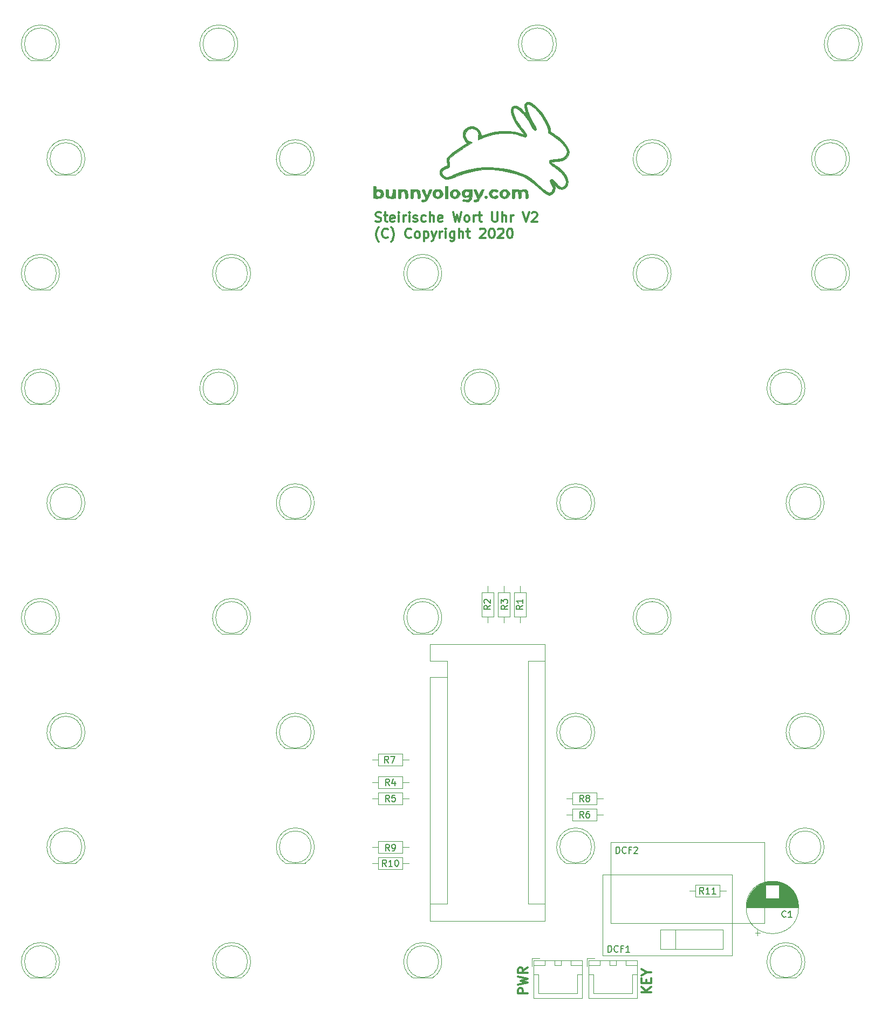
<source format=gbr>
%TF.GenerationSoftware,KiCad,Pcbnew,(5.1.7)-1*%
%TF.CreationDate,2020-10-17T18:25:27+02:00*%
%TF.ProjectId,SteirischeWortUhr2,53746569-7269-4736-9368-65576f727455,rev?*%
%TF.SameCoordinates,Original*%
%TF.FileFunction,Legend,Top*%
%TF.FilePolarity,Positive*%
%FSLAX46Y46*%
G04 Gerber Fmt 4.6, Leading zero omitted, Abs format (unit mm)*
G04 Created by KiCad (PCBNEW (5.1.7)-1) date 2020-10-17 18:25:27*
%MOMM*%
%LPD*%
G01*
G04 APERTURE LIST*
%ADD10C,0.300000*%
%ADD11C,0.120000*%
%ADD12C,0.010000*%
%ADD13C,0.150000*%
G04 APERTURE END LIST*
D10*
X72616714Y-46576142D02*
X72831000Y-46647571D01*
X73188142Y-46647571D01*
X73331000Y-46576142D01*
X73402428Y-46504714D01*
X73473857Y-46361857D01*
X73473857Y-46219000D01*
X73402428Y-46076142D01*
X73331000Y-46004714D01*
X73188142Y-45933285D01*
X72902428Y-45861857D01*
X72759571Y-45790428D01*
X72688142Y-45719000D01*
X72616714Y-45576142D01*
X72616714Y-45433285D01*
X72688142Y-45290428D01*
X72759571Y-45219000D01*
X72902428Y-45147571D01*
X73259571Y-45147571D01*
X73473857Y-45219000D01*
X73902428Y-45647571D02*
X74473857Y-45647571D01*
X74116714Y-45147571D02*
X74116714Y-46433285D01*
X74188142Y-46576142D01*
X74331000Y-46647571D01*
X74473857Y-46647571D01*
X75545285Y-46576142D02*
X75402428Y-46647571D01*
X75116714Y-46647571D01*
X74973857Y-46576142D01*
X74902428Y-46433285D01*
X74902428Y-45861857D01*
X74973857Y-45719000D01*
X75116714Y-45647571D01*
X75402428Y-45647571D01*
X75545285Y-45719000D01*
X75616714Y-45861857D01*
X75616714Y-46004714D01*
X74902428Y-46147571D01*
X76259571Y-46647571D02*
X76259571Y-45647571D01*
X76259571Y-45147571D02*
X76188142Y-45219000D01*
X76259571Y-45290428D01*
X76331000Y-45219000D01*
X76259571Y-45147571D01*
X76259571Y-45290428D01*
X76973857Y-46647571D02*
X76973857Y-45647571D01*
X76973857Y-45933285D02*
X77045285Y-45790428D01*
X77116714Y-45719000D01*
X77259571Y-45647571D01*
X77402428Y-45647571D01*
X77902428Y-46647571D02*
X77902428Y-45647571D01*
X77902428Y-45147571D02*
X77831000Y-45219000D01*
X77902428Y-45290428D01*
X77973857Y-45219000D01*
X77902428Y-45147571D01*
X77902428Y-45290428D01*
X78545285Y-46576142D02*
X78688142Y-46647571D01*
X78973857Y-46647571D01*
X79116714Y-46576142D01*
X79188142Y-46433285D01*
X79188142Y-46361857D01*
X79116714Y-46219000D01*
X78973857Y-46147571D01*
X78759571Y-46147571D01*
X78616714Y-46076142D01*
X78545285Y-45933285D01*
X78545285Y-45861857D01*
X78616714Y-45719000D01*
X78759571Y-45647571D01*
X78973857Y-45647571D01*
X79116714Y-45719000D01*
X80473857Y-46576142D02*
X80331000Y-46647571D01*
X80045285Y-46647571D01*
X79902428Y-46576142D01*
X79831000Y-46504714D01*
X79759571Y-46361857D01*
X79759571Y-45933285D01*
X79831000Y-45790428D01*
X79902428Y-45719000D01*
X80045285Y-45647571D01*
X80331000Y-45647571D01*
X80473857Y-45719000D01*
X81116714Y-46647571D02*
X81116714Y-45147571D01*
X81759571Y-46647571D02*
X81759571Y-45861857D01*
X81688142Y-45719000D01*
X81545285Y-45647571D01*
X81331000Y-45647571D01*
X81188142Y-45719000D01*
X81116714Y-45790428D01*
X83045285Y-46576142D02*
X82902428Y-46647571D01*
X82616714Y-46647571D01*
X82473857Y-46576142D01*
X82402428Y-46433285D01*
X82402428Y-45861857D01*
X82473857Y-45719000D01*
X82616714Y-45647571D01*
X82902428Y-45647571D01*
X83045285Y-45719000D01*
X83116714Y-45861857D01*
X83116714Y-46004714D01*
X82402428Y-46147571D01*
X84759571Y-45147571D02*
X85116714Y-46647571D01*
X85402428Y-45576142D01*
X85688142Y-46647571D01*
X86045285Y-45147571D01*
X86831000Y-46647571D02*
X86688142Y-46576142D01*
X86616714Y-46504714D01*
X86545285Y-46361857D01*
X86545285Y-45933285D01*
X86616714Y-45790428D01*
X86688142Y-45719000D01*
X86831000Y-45647571D01*
X87045285Y-45647571D01*
X87188142Y-45719000D01*
X87259571Y-45790428D01*
X87331000Y-45933285D01*
X87331000Y-46361857D01*
X87259571Y-46504714D01*
X87188142Y-46576142D01*
X87045285Y-46647571D01*
X86831000Y-46647571D01*
X87973857Y-46647571D02*
X87973857Y-45647571D01*
X87973857Y-45933285D02*
X88045285Y-45790428D01*
X88116714Y-45719000D01*
X88259571Y-45647571D01*
X88402428Y-45647571D01*
X88688142Y-45647571D02*
X89259571Y-45647571D01*
X88902428Y-45147571D02*
X88902428Y-46433285D01*
X88973857Y-46576142D01*
X89116714Y-46647571D01*
X89259571Y-46647571D01*
X90902428Y-45147571D02*
X90902428Y-46361857D01*
X90973857Y-46504714D01*
X91045285Y-46576142D01*
X91188142Y-46647571D01*
X91473857Y-46647571D01*
X91616714Y-46576142D01*
X91688142Y-46504714D01*
X91759571Y-46361857D01*
X91759571Y-45147571D01*
X92473857Y-46647571D02*
X92473857Y-45147571D01*
X93116714Y-46647571D02*
X93116714Y-45861857D01*
X93045285Y-45719000D01*
X92902428Y-45647571D01*
X92688142Y-45647571D01*
X92545285Y-45719000D01*
X92473857Y-45790428D01*
X93831000Y-46647571D02*
X93831000Y-45647571D01*
X93831000Y-45933285D02*
X93902428Y-45790428D01*
X93973857Y-45719000D01*
X94116714Y-45647571D01*
X94259571Y-45647571D01*
X95688142Y-45147571D02*
X96188142Y-46647571D01*
X96688142Y-45147571D01*
X97116714Y-45290428D02*
X97188142Y-45219000D01*
X97331000Y-45147571D01*
X97688142Y-45147571D01*
X97831000Y-45219000D01*
X97902428Y-45290428D01*
X97973857Y-45433285D01*
X97973857Y-45576142D01*
X97902428Y-45790428D01*
X97045285Y-46647571D01*
X97973857Y-46647571D01*
X73116714Y-49769000D02*
X73045285Y-49697571D01*
X72902428Y-49483285D01*
X72831000Y-49340428D01*
X72759571Y-49126142D01*
X72688142Y-48769000D01*
X72688142Y-48483285D01*
X72759571Y-48126142D01*
X72831000Y-47911857D01*
X72902428Y-47769000D01*
X73045285Y-47554714D01*
X73116714Y-47483285D01*
X74545285Y-49054714D02*
X74473857Y-49126142D01*
X74259571Y-49197571D01*
X74116714Y-49197571D01*
X73902428Y-49126142D01*
X73759571Y-48983285D01*
X73688142Y-48840428D01*
X73616714Y-48554714D01*
X73616714Y-48340428D01*
X73688142Y-48054714D01*
X73759571Y-47911857D01*
X73902428Y-47769000D01*
X74116714Y-47697571D01*
X74259571Y-47697571D01*
X74473857Y-47769000D01*
X74545285Y-47840428D01*
X75045285Y-49769000D02*
X75116714Y-49697571D01*
X75259571Y-49483285D01*
X75331000Y-49340428D01*
X75402428Y-49126142D01*
X75473857Y-48769000D01*
X75473857Y-48483285D01*
X75402428Y-48126142D01*
X75331000Y-47911857D01*
X75259571Y-47769000D01*
X75116714Y-47554714D01*
X75045285Y-47483285D01*
X78188142Y-49054714D02*
X78116714Y-49126142D01*
X77902428Y-49197571D01*
X77759571Y-49197571D01*
X77545285Y-49126142D01*
X77402428Y-48983285D01*
X77331000Y-48840428D01*
X77259571Y-48554714D01*
X77259571Y-48340428D01*
X77331000Y-48054714D01*
X77402428Y-47911857D01*
X77545285Y-47769000D01*
X77759571Y-47697571D01*
X77902428Y-47697571D01*
X78116714Y-47769000D01*
X78188142Y-47840428D01*
X79045285Y-49197571D02*
X78902428Y-49126142D01*
X78831000Y-49054714D01*
X78759571Y-48911857D01*
X78759571Y-48483285D01*
X78831000Y-48340428D01*
X78902428Y-48269000D01*
X79045285Y-48197571D01*
X79259571Y-48197571D01*
X79402428Y-48269000D01*
X79473857Y-48340428D01*
X79545285Y-48483285D01*
X79545285Y-48911857D01*
X79473857Y-49054714D01*
X79402428Y-49126142D01*
X79259571Y-49197571D01*
X79045285Y-49197571D01*
X80188142Y-48197571D02*
X80188142Y-49697571D01*
X80188142Y-48269000D02*
X80331000Y-48197571D01*
X80616714Y-48197571D01*
X80759571Y-48269000D01*
X80831000Y-48340428D01*
X80902428Y-48483285D01*
X80902428Y-48911857D01*
X80831000Y-49054714D01*
X80759571Y-49126142D01*
X80616714Y-49197571D01*
X80331000Y-49197571D01*
X80188142Y-49126142D01*
X81402428Y-48197571D02*
X81759571Y-49197571D01*
X82116714Y-48197571D02*
X81759571Y-49197571D01*
X81616714Y-49554714D01*
X81545285Y-49626142D01*
X81402428Y-49697571D01*
X82688142Y-49197571D02*
X82688142Y-48197571D01*
X82688142Y-48483285D02*
X82759571Y-48340428D01*
X82831000Y-48269000D01*
X82973857Y-48197571D01*
X83116714Y-48197571D01*
X83616714Y-49197571D02*
X83616714Y-48197571D01*
X83616714Y-47697571D02*
X83545285Y-47769000D01*
X83616714Y-47840428D01*
X83688142Y-47769000D01*
X83616714Y-47697571D01*
X83616714Y-47840428D01*
X84973857Y-48197571D02*
X84973857Y-49411857D01*
X84902428Y-49554714D01*
X84831000Y-49626142D01*
X84688142Y-49697571D01*
X84473857Y-49697571D01*
X84331000Y-49626142D01*
X84973857Y-49126142D02*
X84831000Y-49197571D01*
X84545285Y-49197571D01*
X84402428Y-49126142D01*
X84331000Y-49054714D01*
X84259571Y-48911857D01*
X84259571Y-48483285D01*
X84331000Y-48340428D01*
X84402428Y-48269000D01*
X84545285Y-48197571D01*
X84831000Y-48197571D01*
X84973857Y-48269000D01*
X85688142Y-49197571D02*
X85688142Y-47697571D01*
X86331000Y-49197571D02*
X86331000Y-48411857D01*
X86259571Y-48269000D01*
X86116714Y-48197571D01*
X85902428Y-48197571D01*
X85759571Y-48269000D01*
X85688142Y-48340428D01*
X86831000Y-48197571D02*
X87402428Y-48197571D01*
X87045285Y-47697571D02*
X87045285Y-48983285D01*
X87116714Y-49126142D01*
X87259571Y-49197571D01*
X87402428Y-49197571D01*
X88973857Y-47840428D02*
X89045285Y-47769000D01*
X89188142Y-47697571D01*
X89545285Y-47697571D01*
X89688142Y-47769000D01*
X89759571Y-47840428D01*
X89831000Y-47983285D01*
X89831000Y-48126142D01*
X89759571Y-48340428D01*
X88902428Y-49197571D01*
X89831000Y-49197571D01*
X90759571Y-47697571D02*
X90902428Y-47697571D01*
X91045285Y-47769000D01*
X91116714Y-47840428D01*
X91188142Y-47983285D01*
X91259571Y-48269000D01*
X91259571Y-48626142D01*
X91188142Y-48911857D01*
X91116714Y-49054714D01*
X91045285Y-49126142D01*
X90902428Y-49197571D01*
X90759571Y-49197571D01*
X90616714Y-49126142D01*
X90545285Y-49054714D01*
X90473857Y-48911857D01*
X90402428Y-48626142D01*
X90402428Y-48269000D01*
X90473857Y-47983285D01*
X90545285Y-47840428D01*
X90616714Y-47769000D01*
X90759571Y-47697571D01*
X91831000Y-47840428D02*
X91902428Y-47769000D01*
X92045285Y-47697571D01*
X92402428Y-47697571D01*
X92545285Y-47769000D01*
X92616714Y-47840428D01*
X92688142Y-47983285D01*
X92688142Y-48126142D01*
X92616714Y-48340428D01*
X91759571Y-49197571D01*
X92688142Y-49197571D01*
X93616714Y-47697571D02*
X93759571Y-47697571D01*
X93902428Y-47769000D01*
X93973857Y-47840428D01*
X94045285Y-47983285D01*
X94116714Y-48269000D01*
X94116714Y-48626142D01*
X94045285Y-48911857D01*
X93973857Y-49054714D01*
X93902428Y-49126142D01*
X93759571Y-49197571D01*
X93616714Y-49197571D01*
X93473857Y-49126142D01*
X93402428Y-49054714D01*
X93331000Y-48911857D01*
X93259571Y-48626142D01*
X93259571Y-48269000D01*
X93331000Y-47983285D01*
X93402428Y-47840428D01*
X93473857Y-47769000D01*
X93616714Y-47697571D01*
X115867571Y-167576285D02*
X114367571Y-167576285D01*
X115867571Y-166719142D02*
X115010428Y-167362000D01*
X114367571Y-166719142D02*
X115224714Y-167576285D01*
X115081857Y-166076285D02*
X115081857Y-165576285D01*
X115867571Y-165362000D02*
X115867571Y-166076285D01*
X114367571Y-166076285D01*
X114367571Y-165362000D01*
X115153285Y-164433428D02*
X115867571Y-164433428D01*
X114367571Y-164933428D02*
X115153285Y-164433428D01*
X114367571Y-163933428D01*
X96436571Y-167735000D02*
X94936571Y-167735000D01*
X94936571Y-167163571D01*
X95008000Y-167020714D01*
X95079428Y-166949285D01*
X95222285Y-166877857D01*
X95436571Y-166877857D01*
X95579428Y-166949285D01*
X95650857Y-167020714D01*
X95722285Y-167163571D01*
X95722285Y-167735000D01*
X94936571Y-166377857D02*
X96436571Y-166020714D01*
X95365142Y-165735000D01*
X96436571Y-165449285D01*
X94936571Y-165092142D01*
X96436571Y-163663571D02*
X95722285Y-164163571D01*
X96436571Y-164520714D02*
X94936571Y-164520714D01*
X94936571Y-163949285D01*
X95008000Y-163806428D01*
X95079428Y-163735000D01*
X95222285Y-163663571D01*
X95436571Y-163663571D01*
X95579428Y-163735000D01*
X95650857Y-163806428D01*
X95722285Y-163949285D01*
X95722285Y-164520714D01*
D11*
%TO.C,J2KEY1*%
X106025000Y-162513000D02*
X106025000Y-168483000D01*
X106025000Y-168483000D02*
X113645000Y-168483000D01*
X113645000Y-168483000D02*
X113645000Y-162513000D01*
X113645000Y-162513000D02*
X106025000Y-162513000D01*
X109335000Y-162523000D02*
X109335000Y-163273000D01*
X109335000Y-163273000D02*
X110335000Y-163273000D01*
X110335000Y-163273000D02*
X110335000Y-162523000D01*
X110335000Y-162523000D02*
X109335000Y-162523000D01*
X106035000Y-162523000D02*
X106035000Y-163273000D01*
X106035000Y-163273000D02*
X107835000Y-163273000D01*
X107835000Y-163273000D02*
X107835000Y-162523000D01*
X107835000Y-162523000D02*
X106035000Y-162523000D01*
X111835000Y-162523000D02*
X111835000Y-163273000D01*
X111835000Y-163273000D02*
X113635000Y-163273000D01*
X113635000Y-163273000D02*
X113635000Y-162523000D01*
X113635000Y-162523000D02*
X111835000Y-162523000D01*
X106035000Y-164773000D02*
X106785000Y-164773000D01*
X106785000Y-164773000D02*
X106785000Y-167723000D01*
X106785000Y-167723000D02*
X109835000Y-167723000D01*
X113635000Y-164773000D02*
X112885000Y-164773000D01*
X112885000Y-164773000D02*
X112885000Y-167723000D01*
X112885000Y-167723000D02*
X109835000Y-167723000D01*
X106985000Y-162223000D02*
X105735000Y-162223000D01*
X105735000Y-162223000D02*
X105735000Y-163473000D01*
%TO.C,J1PWR1*%
X97389000Y-162513000D02*
X97389000Y-168483000D01*
X97389000Y-168483000D02*
X105009000Y-168483000D01*
X105009000Y-168483000D02*
X105009000Y-162513000D01*
X105009000Y-162513000D02*
X97389000Y-162513000D01*
X100699000Y-162523000D02*
X100699000Y-163273000D01*
X100699000Y-163273000D02*
X101699000Y-163273000D01*
X101699000Y-163273000D02*
X101699000Y-162523000D01*
X101699000Y-162523000D02*
X100699000Y-162523000D01*
X97399000Y-162523000D02*
X97399000Y-163273000D01*
X97399000Y-163273000D02*
X99199000Y-163273000D01*
X99199000Y-163273000D02*
X99199000Y-162523000D01*
X99199000Y-162523000D02*
X97399000Y-162523000D01*
X103199000Y-162523000D02*
X103199000Y-163273000D01*
X103199000Y-163273000D02*
X104999000Y-163273000D01*
X104999000Y-163273000D02*
X104999000Y-162523000D01*
X104999000Y-162523000D02*
X103199000Y-162523000D01*
X97399000Y-164773000D02*
X98149000Y-164773000D01*
X98149000Y-164773000D02*
X98149000Y-167723000D01*
X98149000Y-167723000D02*
X101199000Y-167723000D01*
X104999000Y-164773000D02*
X104249000Y-164773000D01*
X104249000Y-164773000D02*
X104249000Y-167723000D01*
X104249000Y-167723000D02*
X101199000Y-167723000D01*
X98349000Y-162223000D02*
X97099000Y-162223000D01*
X97099000Y-162223000D02*
X97099000Y-163473000D01*
D12*
%TO.C,G\u002A\u002A\u002A*%
G36*
X96700095Y-27843824D02*
G01*
X96956281Y-27945913D01*
X97287170Y-28157751D01*
X97663563Y-28455383D01*
X98056257Y-28814850D01*
X98436053Y-29212196D01*
X98598737Y-29401521D01*
X98840007Y-29725063D01*
X99096833Y-30122961D01*
X99351363Y-30560986D01*
X99585747Y-31004910D01*
X99782136Y-31420505D01*
X99922679Y-31773540D01*
X99989526Y-32029787D01*
X99992630Y-32074406D01*
X100001037Y-32247008D01*
X100040824Y-32383025D01*
X100136745Y-32510498D01*
X100313552Y-32657466D01*
X100596000Y-32851968D01*
X100793564Y-32981676D01*
X101439709Y-33450808D01*
X101989002Y-33945844D01*
X102427823Y-34449617D01*
X102742553Y-34944958D01*
X102919571Y-35414700D01*
X102954350Y-35705352D01*
X102878767Y-36153507D01*
X102653649Y-36523642D01*
X102280167Y-36814945D01*
X101759492Y-37026605D01*
X101092796Y-37157812D01*
X100816833Y-37185229D01*
X100507935Y-37216580D01*
X100277227Y-37254096D01*
X100165330Y-37290764D01*
X100160667Y-37298567D01*
X100228393Y-37367890D01*
X100408298Y-37496639D01*
X100665469Y-37660344D01*
X100745658Y-37708572D01*
X101432376Y-38176358D01*
X101991159Y-38683492D01*
X102404790Y-39213333D01*
X102526984Y-39430377D01*
X102717882Y-39931267D01*
X102785934Y-40403354D01*
X102734253Y-40821805D01*
X102565949Y-41161788D01*
X102284136Y-41398469D01*
X102280105Y-41400567D01*
X101880364Y-41521885D01*
X101481707Y-41476621D01*
X101092993Y-41267347D01*
X100778960Y-40964718D01*
X100659195Y-40833072D01*
X100632280Y-40833272D01*
X100664191Y-40909601D01*
X100756132Y-41266713D01*
X100725250Y-41646014D01*
X100586770Y-41995464D01*
X100355915Y-42263024D01*
X100248105Y-42331900D01*
X100048741Y-42422386D01*
X99881910Y-42447849D01*
X99690522Y-42403340D01*
X99417489Y-42283909D01*
X99356333Y-42254587D01*
X99135657Y-42119298D01*
X98827540Y-41890840D01*
X98464825Y-41595225D01*
X98080360Y-41258467D01*
X97965100Y-41152759D01*
X97360577Y-40609589D01*
X96824924Y-40175360D01*
X96318902Y-39828682D01*
X95803275Y-39548163D01*
X95238804Y-39312413D01*
X94586252Y-39100039D01*
X93820395Y-38893195D01*
X92307913Y-38585247D01*
X90837963Y-38439768D01*
X89403254Y-38457391D01*
X87996494Y-38638748D01*
X86610394Y-38984470D01*
X85237662Y-39495190D01*
X84848207Y-39670886D01*
X84356078Y-39877798D01*
X83964634Y-39982009D01*
X83642069Y-39986271D01*
X83356579Y-39893337D01*
X83218687Y-39811879D01*
X82893950Y-39516952D01*
X82702881Y-39171817D01*
X82671621Y-38904727D01*
X83003337Y-38904727D01*
X83021044Y-39022618D01*
X83139640Y-39250192D01*
X83347995Y-39466368D01*
X83587990Y-39620885D01*
X83765404Y-39666334D01*
X83917352Y-39633263D01*
X84182139Y-39543863D01*
X84518895Y-39412846D01*
X84796074Y-39295259D01*
X86086768Y-38787690D01*
X87337381Y-38421950D01*
X88584727Y-38189002D01*
X89720987Y-38086086D01*
X90660333Y-38071736D01*
X91576564Y-38126217D01*
X92521200Y-38255132D01*
X93545759Y-38464085D01*
X93839294Y-38534099D01*
X94676419Y-38755674D01*
X95383088Y-38985696D01*
X95997768Y-39244367D01*
X96558927Y-39551889D01*
X97105034Y-39928465D01*
X97674557Y-40394295D01*
X98086333Y-40764493D01*
X98558569Y-41195366D01*
X98930358Y-41520186D01*
X99220966Y-41752660D01*
X99449659Y-41906496D01*
X99635702Y-41995401D01*
X99798362Y-42033082D01*
X99874862Y-42037000D01*
X100098910Y-42001762D01*
X100242241Y-41863737D01*
X100285492Y-41787205D01*
X100381142Y-41563191D01*
X100400473Y-41364952D01*
X100336682Y-41140068D01*
X100182966Y-40836122D01*
X100155751Y-40787586D01*
X99979194Y-40418810D01*
X99928673Y-40157449D01*
X100004321Y-39997681D01*
X100175345Y-39936502D01*
X100307175Y-39943964D01*
X100439954Y-40015729D01*
X100605439Y-40176642D01*
X100835389Y-40451550D01*
X100838288Y-40455166D01*
X101194125Y-40853531D01*
X101504405Y-41096911D01*
X101780786Y-41189695D01*
X102034926Y-41136272D01*
X102238848Y-40982515D01*
X102389191Y-40771526D01*
X102443092Y-40502072D01*
X102444807Y-40411015D01*
X102363538Y-39911047D01*
X102123073Y-39417856D01*
X101720683Y-38927883D01*
X101153643Y-38437572D01*
X100677381Y-38105239D01*
X100273123Y-37827956D01*
X100006135Y-37602972D01*
X99860470Y-37410491D01*
X99820179Y-37230718D01*
X99853282Y-37082269D01*
X99888453Y-37009862D01*
X99948933Y-36957554D01*
X100065226Y-36917187D01*
X100267837Y-36880600D01*
X100587272Y-36839633D01*
X100891412Y-36804585D01*
X101547145Y-36691340D01*
X102045459Y-36518109D01*
X102387574Y-36284134D01*
X102574707Y-35988656D01*
X102614140Y-35731661D01*
X102532507Y-35326505D01*
X102299715Y-34880645D01*
X101925635Y-34405751D01*
X101420138Y-33913494D01*
X100793096Y-33415543D01*
X100457000Y-33181382D01*
X99695000Y-32671367D01*
X99639251Y-32219560D01*
X99519808Y-31727451D01*
X99285755Y-31166757D01*
X98958088Y-30570309D01*
X98557803Y-29970938D01*
X98105894Y-29401473D01*
X97623356Y-28894746D01*
X97367382Y-28667007D01*
X96962815Y-28360154D01*
X96652060Y-28190142D01*
X96436553Y-28156834D01*
X96317735Y-28260092D01*
X96297044Y-28499778D01*
X96345719Y-28764762D01*
X96473914Y-29219934D01*
X96628154Y-29649379D01*
X96827660Y-30097492D01*
X97091648Y-30608670D01*
X97326065Y-31029493D01*
X97575977Y-31480577D01*
X97739303Y-31809200D01*
X97821565Y-32034993D01*
X97828280Y-32177590D01*
X97764970Y-32256622D01*
X97679127Y-32285186D01*
X97529039Y-32277505D01*
X97383970Y-32179309D01*
X97224971Y-31969678D01*
X97033091Y-31627692D01*
X96968640Y-31500874D01*
X96761097Y-31117242D01*
X96515386Y-30707267D01*
X96306416Y-30391328D01*
X96056477Y-30071176D01*
X95755095Y-29733734D01*
X95432545Y-29407820D01*
X95119097Y-29122253D01*
X94845025Y-28905849D01*
X94640600Y-28787427D01*
X94612024Y-28778354D01*
X94367531Y-28785583D01*
X94200487Y-28922945D01*
X94149333Y-29120871D01*
X94181035Y-29322660D01*
X94263963Y-29625859D01*
X94379853Y-29977460D01*
X94510439Y-30324455D01*
X94637457Y-30613837D01*
X94709088Y-30745354D01*
X94921336Y-31060127D01*
X95192264Y-31432410D01*
X95480776Y-31808236D01*
X95745776Y-32133640D01*
X95893224Y-32300334D01*
X96158475Y-32637580D01*
X96282584Y-32928504D01*
X96260078Y-33159845D01*
X96253344Y-33172623D01*
X96169649Y-33266456D01*
X96036493Y-33304297D01*
X95827797Y-33283337D01*
X95517487Y-33200765D01*
X95079487Y-33053771D01*
X95048382Y-33042772D01*
X94750177Y-32939655D01*
X94504955Y-32866341D01*
X94273249Y-32817748D01*
X94015591Y-32788794D01*
X93692513Y-32774399D01*
X93264548Y-32769481D01*
X92921667Y-32768961D01*
X92204618Y-32781293D01*
X91599764Y-32825728D01*
X91051887Y-32912985D01*
X90505773Y-33053785D01*
X89906205Y-33258847D01*
X89418353Y-33449101D01*
X89101538Y-33576191D01*
X88851950Y-33675066D01*
X88705299Y-33731639D01*
X88681630Y-33739667D01*
X88679586Y-33662705D01*
X88689936Y-33461373D01*
X88709442Y-33192226D01*
X88728667Y-32892118D01*
X88714456Y-32700955D01*
X88649154Y-32559084D01*
X88515106Y-32406854D01*
X88460837Y-32352237D01*
X88102298Y-32085829D01*
X87729161Y-31986397D01*
X87346474Y-32054962D01*
X87237179Y-32104984D01*
X86945899Y-32332386D01*
X86726461Y-32647607D01*
X86618781Y-32988858D01*
X86614000Y-33069658D01*
X86688948Y-33368859D01*
X86889817Y-33671569D01*
X87180645Y-33931625D01*
X87371888Y-34042601D01*
X87742440Y-34218535D01*
X87199387Y-34543062D01*
X86812988Y-34782837D01*
X86382089Y-35064921D01*
X85930984Y-35371782D01*
X85483964Y-35685886D01*
X85065321Y-35989699D01*
X84699347Y-36265689D01*
X84410334Y-36496322D01*
X84222574Y-36664065D01*
X84165265Y-36733004D01*
X84103268Y-36902565D01*
X84103681Y-37105677D01*
X84155673Y-37367855D01*
X84219554Y-37721196D01*
X84194522Y-37957903D01*
X84060919Y-38115867D01*
X83799087Y-38232976D01*
X83689312Y-38266763D01*
X83300906Y-38428782D01*
X83071796Y-38641947D01*
X83003337Y-38904727D01*
X82671621Y-38904727D01*
X82660212Y-38807252D01*
X82681072Y-38688465D01*
X82828961Y-38374332D01*
X83105948Y-38127515D01*
X83528562Y-37932269D01*
X83755331Y-37827376D01*
X83838955Y-37712209D01*
X83838618Y-37661485D01*
X83809877Y-37477663D01*
X83769746Y-37224191D01*
X83762354Y-37177784D01*
X83763456Y-36826186D01*
X83864246Y-36561454D01*
X84022441Y-36364603D01*
X84322658Y-36092754D01*
X84757886Y-35751303D01*
X85321114Y-35345646D01*
X86005332Y-34881180D01*
X86291685Y-34692939D01*
X86943036Y-34268137D01*
X86725273Y-34067402D01*
X86442218Y-33702851D01*
X86300721Y-33287377D01*
X86296116Y-32855452D01*
X86423737Y-32441551D01*
X86678918Y-32080144D01*
X87029483Y-31819852D01*
X87494048Y-31658323D01*
X87945984Y-31654227D01*
X88360623Y-31796094D01*
X88713295Y-32072453D01*
X88979331Y-32471832D01*
X89090480Y-32778193D01*
X89169460Y-33012132D01*
X89251218Y-33103969D01*
X89320289Y-33097869D01*
X90348956Y-32741021D01*
X91395736Y-32500678D01*
X92435155Y-32377980D01*
X93441738Y-32374067D01*
X94390012Y-32490082D01*
X95254502Y-32727163D01*
X95492424Y-32821518D01*
X95716258Y-32909031D01*
X95866179Y-32951837D01*
X95897972Y-32950583D01*
X95860237Y-32877105D01*
X95733823Y-32702398D01*
X95539670Y-32454291D01*
X95348082Y-32219776D01*
X95068700Y-31871178D01*
X94797490Y-31511552D01*
X94574792Y-31195294D01*
X94487383Y-31059184D01*
X94284154Y-30672621D01*
X94096736Y-30225140D01*
X93943323Y-29769964D01*
X93842109Y-29360315D01*
X93810667Y-29079565D01*
X93883542Y-28754739D01*
X94085715Y-28524390D01*
X94392511Y-28412531D01*
X94503205Y-28405667D01*
X94699667Y-28427127D01*
X94897768Y-28503773D01*
X95126093Y-28654002D01*
X95413223Y-28896209D01*
X95736833Y-29199654D01*
X95980258Y-29425785D01*
X96119083Y-29523773D01*
X96165136Y-29488432D01*
X96130246Y-29314576D01*
X96048798Y-29062863D01*
X95944441Y-28614190D01*
X95959309Y-28253641D01*
X96086223Y-27994657D01*
X96318000Y-27850678D01*
X96647460Y-27835148D01*
X96700095Y-27843824D01*
G37*
X96700095Y-27843824D02*
X96956281Y-27945913D01*
X97287170Y-28157751D01*
X97663563Y-28455383D01*
X98056257Y-28814850D01*
X98436053Y-29212196D01*
X98598737Y-29401521D01*
X98840007Y-29725063D01*
X99096833Y-30122961D01*
X99351363Y-30560986D01*
X99585747Y-31004910D01*
X99782136Y-31420505D01*
X99922679Y-31773540D01*
X99989526Y-32029787D01*
X99992630Y-32074406D01*
X100001037Y-32247008D01*
X100040824Y-32383025D01*
X100136745Y-32510498D01*
X100313552Y-32657466D01*
X100596000Y-32851968D01*
X100793564Y-32981676D01*
X101439709Y-33450808D01*
X101989002Y-33945844D01*
X102427823Y-34449617D01*
X102742553Y-34944958D01*
X102919571Y-35414700D01*
X102954350Y-35705352D01*
X102878767Y-36153507D01*
X102653649Y-36523642D01*
X102280167Y-36814945D01*
X101759492Y-37026605D01*
X101092796Y-37157812D01*
X100816833Y-37185229D01*
X100507935Y-37216580D01*
X100277227Y-37254096D01*
X100165330Y-37290764D01*
X100160667Y-37298567D01*
X100228393Y-37367890D01*
X100408298Y-37496639D01*
X100665469Y-37660344D01*
X100745658Y-37708572D01*
X101432376Y-38176358D01*
X101991159Y-38683492D01*
X102404790Y-39213333D01*
X102526984Y-39430377D01*
X102717882Y-39931267D01*
X102785934Y-40403354D01*
X102734253Y-40821805D01*
X102565949Y-41161788D01*
X102284136Y-41398469D01*
X102280105Y-41400567D01*
X101880364Y-41521885D01*
X101481707Y-41476621D01*
X101092993Y-41267347D01*
X100778960Y-40964718D01*
X100659195Y-40833072D01*
X100632280Y-40833272D01*
X100664191Y-40909601D01*
X100756132Y-41266713D01*
X100725250Y-41646014D01*
X100586770Y-41995464D01*
X100355915Y-42263024D01*
X100248105Y-42331900D01*
X100048741Y-42422386D01*
X99881910Y-42447849D01*
X99690522Y-42403340D01*
X99417489Y-42283909D01*
X99356333Y-42254587D01*
X99135657Y-42119298D01*
X98827540Y-41890840D01*
X98464825Y-41595225D01*
X98080360Y-41258467D01*
X97965100Y-41152759D01*
X97360577Y-40609589D01*
X96824924Y-40175360D01*
X96318902Y-39828682D01*
X95803275Y-39548163D01*
X95238804Y-39312413D01*
X94586252Y-39100039D01*
X93820395Y-38893195D01*
X92307913Y-38585247D01*
X90837963Y-38439768D01*
X89403254Y-38457391D01*
X87996494Y-38638748D01*
X86610394Y-38984470D01*
X85237662Y-39495190D01*
X84848207Y-39670886D01*
X84356078Y-39877798D01*
X83964634Y-39982009D01*
X83642069Y-39986271D01*
X83356579Y-39893337D01*
X83218687Y-39811879D01*
X82893950Y-39516952D01*
X82702881Y-39171817D01*
X82671621Y-38904727D01*
X83003337Y-38904727D01*
X83021044Y-39022618D01*
X83139640Y-39250192D01*
X83347995Y-39466368D01*
X83587990Y-39620885D01*
X83765404Y-39666334D01*
X83917352Y-39633263D01*
X84182139Y-39543863D01*
X84518895Y-39412846D01*
X84796074Y-39295259D01*
X86086768Y-38787690D01*
X87337381Y-38421950D01*
X88584727Y-38189002D01*
X89720987Y-38086086D01*
X90660333Y-38071736D01*
X91576564Y-38126217D01*
X92521200Y-38255132D01*
X93545759Y-38464085D01*
X93839294Y-38534099D01*
X94676419Y-38755674D01*
X95383088Y-38985696D01*
X95997768Y-39244367D01*
X96558927Y-39551889D01*
X97105034Y-39928465D01*
X97674557Y-40394295D01*
X98086333Y-40764493D01*
X98558569Y-41195366D01*
X98930358Y-41520186D01*
X99220966Y-41752660D01*
X99449659Y-41906496D01*
X99635702Y-41995401D01*
X99798362Y-42033082D01*
X99874862Y-42037000D01*
X100098910Y-42001762D01*
X100242241Y-41863737D01*
X100285492Y-41787205D01*
X100381142Y-41563191D01*
X100400473Y-41364952D01*
X100336682Y-41140068D01*
X100182966Y-40836122D01*
X100155751Y-40787586D01*
X99979194Y-40418810D01*
X99928673Y-40157449D01*
X100004321Y-39997681D01*
X100175345Y-39936502D01*
X100307175Y-39943964D01*
X100439954Y-40015729D01*
X100605439Y-40176642D01*
X100835389Y-40451550D01*
X100838288Y-40455166D01*
X101194125Y-40853531D01*
X101504405Y-41096911D01*
X101780786Y-41189695D01*
X102034926Y-41136272D01*
X102238848Y-40982515D01*
X102389191Y-40771526D01*
X102443092Y-40502072D01*
X102444807Y-40411015D01*
X102363538Y-39911047D01*
X102123073Y-39417856D01*
X101720683Y-38927883D01*
X101153643Y-38437572D01*
X100677381Y-38105239D01*
X100273123Y-37827956D01*
X100006135Y-37602972D01*
X99860470Y-37410491D01*
X99820179Y-37230718D01*
X99853282Y-37082269D01*
X99888453Y-37009862D01*
X99948933Y-36957554D01*
X100065226Y-36917187D01*
X100267837Y-36880600D01*
X100587272Y-36839633D01*
X100891412Y-36804585D01*
X101547145Y-36691340D01*
X102045459Y-36518109D01*
X102387574Y-36284134D01*
X102574707Y-35988656D01*
X102614140Y-35731661D01*
X102532507Y-35326505D01*
X102299715Y-34880645D01*
X101925635Y-34405751D01*
X101420138Y-33913494D01*
X100793096Y-33415543D01*
X100457000Y-33181382D01*
X99695000Y-32671367D01*
X99639251Y-32219560D01*
X99519808Y-31727451D01*
X99285755Y-31166757D01*
X98958088Y-30570309D01*
X98557803Y-29970938D01*
X98105894Y-29401473D01*
X97623356Y-28894746D01*
X97367382Y-28667007D01*
X96962815Y-28360154D01*
X96652060Y-28190142D01*
X96436553Y-28156834D01*
X96317735Y-28260092D01*
X96297044Y-28499778D01*
X96345719Y-28764762D01*
X96473914Y-29219934D01*
X96628154Y-29649379D01*
X96827660Y-30097492D01*
X97091648Y-30608670D01*
X97326065Y-31029493D01*
X97575977Y-31480577D01*
X97739303Y-31809200D01*
X97821565Y-32034993D01*
X97828280Y-32177590D01*
X97764970Y-32256622D01*
X97679127Y-32285186D01*
X97529039Y-32277505D01*
X97383970Y-32179309D01*
X97224971Y-31969678D01*
X97033091Y-31627692D01*
X96968640Y-31500874D01*
X96761097Y-31117242D01*
X96515386Y-30707267D01*
X96306416Y-30391328D01*
X96056477Y-30071176D01*
X95755095Y-29733734D01*
X95432545Y-29407820D01*
X95119097Y-29122253D01*
X94845025Y-28905849D01*
X94640600Y-28787427D01*
X94612024Y-28778354D01*
X94367531Y-28785583D01*
X94200487Y-28922945D01*
X94149333Y-29120871D01*
X94181035Y-29322660D01*
X94263963Y-29625859D01*
X94379853Y-29977460D01*
X94510439Y-30324455D01*
X94637457Y-30613837D01*
X94709088Y-30745354D01*
X94921336Y-31060127D01*
X95192264Y-31432410D01*
X95480776Y-31808236D01*
X95745776Y-32133640D01*
X95893224Y-32300334D01*
X96158475Y-32637580D01*
X96282584Y-32928504D01*
X96260078Y-33159845D01*
X96253344Y-33172623D01*
X96169649Y-33266456D01*
X96036493Y-33304297D01*
X95827797Y-33283337D01*
X95517487Y-33200765D01*
X95079487Y-33053771D01*
X95048382Y-33042772D01*
X94750177Y-32939655D01*
X94504955Y-32866341D01*
X94273249Y-32817748D01*
X94015591Y-32788794D01*
X93692513Y-32774399D01*
X93264548Y-32769481D01*
X92921667Y-32768961D01*
X92204618Y-32781293D01*
X91599764Y-32825728D01*
X91051887Y-32912985D01*
X90505773Y-33053785D01*
X89906205Y-33258847D01*
X89418353Y-33449101D01*
X89101538Y-33576191D01*
X88851950Y-33675066D01*
X88705299Y-33731639D01*
X88681630Y-33739667D01*
X88679586Y-33662705D01*
X88689936Y-33461373D01*
X88709442Y-33192226D01*
X88728667Y-32892118D01*
X88714456Y-32700955D01*
X88649154Y-32559084D01*
X88515106Y-32406854D01*
X88460837Y-32352237D01*
X88102298Y-32085829D01*
X87729161Y-31986397D01*
X87346474Y-32054962D01*
X87237179Y-32104984D01*
X86945899Y-32332386D01*
X86726461Y-32647607D01*
X86618781Y-32988858D01*
X86614000Y-33069658D01*
X86688948Y-33368859D01*
X86889817Y-33671569D01*
X87180645Y-33931625D01*
X87371888Y-34042601D01*
X87742440Y-34218535D01*
X87199387Y-34543062D01*
X86812988Y-34782837D01*
X86382089Y-35064921D01*
X85930984Y-35371782D01*
X85483964Y-35685886D01*
X85065321Y-35989699D01*
X84699347Y-36265689D01*
X84410334Y-36496322D01*
X84222574Y-36664065D01*
X84165265Y-36733004D01*
X84103268Y-36902565D01*
X84103681Y-37105677D01*
X84155673Y-37367855D01*
X84219554Y-37721196D01*
X84194522Y-37957903D01*
X84060919Y-38115867D01*
X83799087Y-38232976D01*
X83689312Y-38266763D01*
X83300906Y-38428782D01*
X83071796Y-38641947D01*
X83003337Y-38904727D01*
X82671621Y-38904727D01*
X82660212Y-38807252D01*
X82681072Y-38688465D01*
X82828961Y-38374332D01*
X83105948Y-38127515D01*
X83528562Y-37932269D01*
X83755331Y-37827376D01*
X83838955Y-37712209D01*
X83838618Y-37661485D01*
X83809877Y-37477663D01*
X83769746Y-37224191D01*
X83762354Y-37177784D01*
X83763456Y-36826186D01*
X83864246Y-36561454D01*
X84022441Y-36364603D01*
X84322658Y-36092754D01*
X84757886Y-35751303D01*
X85321114Y-35345646D01*
X86005332Y-34881180D01*
X86291685Y-34692939D01*
X86943036Y-34268137D01*
X86725273Y-34067402D01*
X86442218Y-33702851D01*
X86300721Y-33287377D01*
X86296116Y-32855452D01*
X86423737Y-32441551D01*
X86678918Y-32080144D01*
X87029483Y-31819852D01*
X87494048Y-31658323D01*
X87945984Y-31654227D01*
X88360623Y-31796094D01*
X88713295Y-32072453D01*
X88979331Y-32471832D01*
X89090480Y-32778193D01*
X89169460Y-33012132D01*
X89251218Y-33103969D01*
X89320289Y-33097869D01*
X90348956Y-32741021D01*
X91395736Y-32500678D01*
X92435155Y-32377980D01*
X93441738Y-32374067D01*
X94390012Y-32490082D01*
X95254502Y-32727163D01*
X95492424Y-32821518D01*
X95716258Y-32909031D01*
X95866179Y-32951837D01*
X95897972Y-32950583D01*
X95860237Y-32877105D01*
X95733823Y-32702398D01*
X95539670Y-32454291D01*
X95348082Y-32219776D01*
X95068700Y-31871178D01*
X94797490Y-31511552D01*
X94574792Y-31195294D01*
X94487383Y-31059184D01*
X94284154Y-30672621D01*
X94096736Y-30225140D01*
X93943323Y-29769964D01*
X93842109Y-29360315D01*
X93810667Y-29079565D01*
X93883542Y-28754739D01*
X94085715Y-28524390D01*
X94392511Y-28412531D01*
X94503205Y-28405667D01*
X94699667Y-28427127D01*
X94897768Y-28503773D01*
X95126093Y-28654002D01*
X95413223Y-28896209D01*
X95736833Y-29199654D01*
X95980258Y-29425785D01*
X96119083Y-29523773D01*
X96165136Y-29488432D01*
X96130246Y-29314576D01*
X96048798Y-29062863D01*
X95944441Y-28614190D01*
X95959309Y-28253641D01*
X96086223Y-27994657D01*
X96318000Y-27850678D01*
X96647460Y-27835148D01*
X96700095Y-27843824D01*
G36*
X94636167Y-41566770D02*
G01*
X94959441Y-41584335D01*
X95218578Y-41598333D01*
X95365665Y-41606178D01*
X95377000Y-41606760D01*
X95509614Y-41598665D01*
X95733789Y-41573271D01*
X95800333Y-41564411D01*
X96096906Y-41552574D01*
X96296968Y-41628710D01*
X96420227Y-41815243D01*
X96486387Y-42134599D01*
X96505098Y-42366437D01*
X96520465Y-42678688D01*
X96514828Y-42858459D01*
X96476812Y-42942326D01*
X96395038Y-42966868D01*
X96317888Y-42968334D01*
X96195082Y-42958628D01*
X96128944Y-42902881D01*
X96101975Y-42761146D01*
X96096678Y-42493477D01*
X96096667Y-42463312D01*
X96086298Y-42163939D01*
X96046900Y-41988074D01*
X95966035Y-41890707D01*
X95932899Y-41870646D01*
X95769481Y-41795590D01*
X95664228Y-41815222D01*
X95552381Y-41916048D01*
X95454618Y-42123003D01*
X95419435Y-42483737D01*
X95419333Y-42508714D01*
X95413668Y-42773243D01*
X95383874Y-42910202D01*
X95310749Y-42961283D01*
X95207667Y-42968334D01*
X95093159Y-42958463D01*
X95029780Y-42903140D01*
X95002449Y-42763801D01*
X94996084Y-42501879D01*
X94996000Y-42427059D01*
X94974011Y-42070743D01*
X94901921Y-41866847D01*
X94770543Y-41803477D01*
X94570690Y-41868736D01*
X94566533Y-41870949D01*
X94471525Y-41954032D01*
X94421490Y-42103039D01*
X94404057Y-42362874D01*
X94403333Y-42463312D01*
X94398789Y-42743827D01*
X94374016Y-42894918D01*
X94312300Y-42956460D01*
X94196931Y-42968328D01*
X94191667Y-42968334D01*
X94089110Y-42961712D01*
X94026547Y-42919482D01*
X93994095Y-42808094D01*
X93981873Y-42594000D01*
X93980000Y-42249681D01*
X93980000Y-41531028D01*
X94636167Y-41566770D01*
G37*
X94636167Y-41566770D02*
X94959441Y-41584335D01*
X95218578Y-41598333D01*
X95365665Y-41606178D01*
X95377000Y-41606760D01*
X95509614Y-41598665D01*
X95733789Y-41573271D01*
X95800333Y-41564411D01*
X96096906Y-41552574D01*
X96296968Y-41628710D01*
X96420227Y-41815243D01*
X96486387Y-42134599D01*
X96505098Y-42366437D01*
X96520465Y-42678688D01*
X96514828Y-42858459D01*
X96476812Y-42942326D01*
X96395038Y-42966868D01*
X96317888Y-42968334D01*
X96195082Y-42958628D01*
X96128944Y-42902881D01*
X96101975Y-42761146D01*
X96096678Y-42493477D01*
X96096667Y-42463312D01*
X96086298Y-42163939D01*
X96046900Y-41988074D01*
X95966035Y-41890707D01*
X95932899Y-41870646D01*
X95769481Y-41795590D01*
X95664228Y-41815222D01*
X95552381Y-41916048D01*
X95454618Y-42123003D01*
X95419435Y-42483737D01*
X95419333Y-42508714D01*
X95413668Y-42773243D01*
X95383874Y-42910202D01*
X95310749Y-42961283D01*
X95207667Y-42968334D01*
X95093159Y-42958463D01*
X95029780Y-42903140D01*
X95002449Y-42763801D01*
X94996084Y-42501879D01*
X94996000Y-42427059D01*
X94974011Y-42070743D01*
X94901921Y-41866847D01*
X94770543Y-41803477D01*
X94570690Y-41868736D01*
X94566533Y-41870949D01*
X94471525Y-41954032D01*
X94421490Y-42103039D01*
X94404057Y-42362874D01*
X94403333Y-42463312D01*
X94398789Y-42743827D01*
X94374016Y-42894918D01*
X94312300Y-42956460D01*
X94196931Y-42968328D01*
X94191667Y-42968334D01*
X94089110Y-42961712D01*
X94026547Y-42919482D01*
X93994095Y-42808094D01*
X93981873Y-42594000D01*
X93980000Y-42249681D01*
X93980000Y-41531028D01*
X94636167Y-41566770D01*
G36*
X93173566Y-41594715D02*
G01*
X93437506Y-41769249D01*
X93594206Y-42018683D01*
X93628865Y-42309099D01*
X93526684Y-42606578D01*
X93370343Y-42796657D01*
X93104142Y-42940255D01*
X92777085Y-42974552D01*
X92455817Y-42901680D01*
X92240485Y-42760515D01*
X92057909Y-42480248D01*
X92024875Y-42220369D01*
X92445055Y-42220369D01*
X92485684Y-42446537D01*
X92613726Y-42628285D01*
X92818859Y-42711203D01*
X92830333Y-42711759D01*
X92947508Y-42662271D01*
X93063166Y-42574211D01*
X93199135Y-42353339D01*
X93184893Y-42107304D01*
X93048323Y-41909689D01*
X92888042Y-41807099D01*
X92718456Y-41830544D01*
X92667323Y-41852418D01*
X92502161Y-42004193D01*
X92445055Y-42220369D01*
X92024875Y-42220369D01*
X92020249Y-42183977D01*
X92111017Y-41906911D01*
X92313724Y-41684258D01*
X92611883Y-41551229D01*
X92817186Y-41529000D01*
X93173566Y-41594715D01*
G37*
X93173566Y-41594715D02*
X93437506Y-41769249D01*
X93594206Y-42018683D01*
X93628865Y-42309099D01*
X93526684Y-42606578D01*
X93370343Y-42796657D01*
X93104142Y-42940255D01*
X92777085Y-42974552D01*
X92455817Y-42901680D01*
X92240485Y-42760515D01*
X92057909Y-42480248D01*
X92024875Y-42220369D01*
X92445055Y-42220369D01*
X92485684Y-42446537D01*
X92613726Y-42628285D01*
X92818859Y-42711203D01*
X92830333Y-42711759D01*
X92947508Y-42662271D01*
X93063166Y-42574211D01*
X93199135Y-42353339D01*
X93184893Y-42107304D01*
X93048323Y-41909689D01*
X92888042Y-41807099D01*
X92718456Y-41830544D01*
X92667323Y-41852418D01*
X92502161Y-42004193D01*
X92445055Y-42220369D01*
X92024875Y-42220369D01*
X92020249Y-42183977D01*
X92111017Y-41906911D01*
X92313724Y-41684258D01*
X92611883Y-41551229D01*
X92817186Y-41529000D01*
X93173566Y-41594715D01*
G36*
X91441964Y-41567205D02*
G01*
X91673485Y-41660106D01*
X91687386Y-41669364D01*
X91820337Y-41775809D01*
X91821458Y-41848853D01*
X91738616Y-41918801D01*
X91596325Y-41983247D01*
X91443245Y-41930923D01*
X91399654Y-41903517D01*
X91159016Y-41825358D01*
X90948917Y-41909214D01*
X90840291Y-42050159D01*
X90786903Y-42286689D01*
X90858604Y-42492099D01*
X91018174Y-42629530D01*
X91228394Y-42662123D01*
X91393402Y-42597914D01*
X91562617Y-42516659D01*
X91697936Y-42550913D01*
X91738616Y-42578533D01*
X91832004Y-42664718D01*
X91802602Y-42740294D01*
X91687386Y-42827970D01*
X91374242Y-42952825D01*
X91022185Y-42950406D01*
X90699428Y-42824580D01*
X90623454Y-42767639D01*
X90430747Y-42510863D01*
X90379014Y-42226478D01*
X90452308Y-41950503D01*
X90634679Y-41718958D01*
X90910180Y-41567863D01*
X91171882Y-41529000D01*
X91441964Y-41567205D01*
G37*
X91441964Y-41567205D02*
X91673485Y-41660106D01*
X91687386Y-41669364D01*
X91820337Y-41775809D01*
X91821458Y-41848853D01*
X91738616Y-41918801D01*
X91596325Y-41983247D01*
X91443245Y-41930923D01*
X91399654Y-41903517D01*
X91159016Y-41825358D01*
X90948917Y-41909214D01*
X90840291Y-42050159D01*
X90786903Y-42286689D01*
X90858604Y-42492099D01*
X91018174Y-42629530D01*
X91228394Y-42662123D01*
X91393402Y-42597914D01*
X91562617Y-42516659D01*
X91697936Y-42550913D01*
X91738616Y-42578533D01*
X91832004Y-42664718D01*
X91802602Y-42740294D01*
X91687386Y-42827970D01*
X91374242Y-42952825D01*
X91022185Y-42950406D01*
X90699428Y-42824580D01*
X90623454Y-42767639D01*
X90430747Y-42510863D01*
X90379014Y-42226478D01*
X90452308Y-41950503D01*
X90634679Y-41718958D01*
X90910180Y-41567863D01*
X91171882Y-41529000D01*
X91441964Y-41567205D01*
G36*
X90041611Y-42597630D02*
G01*
X90125993Y-42732350D01*
X90127667Y-42757826D01*
X90062291Y-42897530D01*
X89916045Y-42959144D01*
X89763752Y-42928261D01*
X89692712Y-42841581D01*
X89690206Y-42678017D01*
X89726431Y-42616036D01*
X89883487Y-42550047D01*
X90041611Y-42597630D01*
G37*
X90041611Y-42597630D02*
X90125993Y-42732350D01*
X90127667Y-42757826D01*
X90062291Y-42897530D01*
X89916045Y-42959144D01*
X89763752Y-42928261D01*
X89692712Y-42841581D01*
X89690206Y-42678017D01*
X89726431Y-42616036D01*
X89883487Y-42550047D01*
X90041611Y-42597630D01*
G36*
X85384232Y-41594715D02*
G01*
X85648172Y-41769249D01*
X85804873Y-42018683D01*
X85839532Y-42309099D01*
X85737351Y-42606578D01*
X85581010Y-42796657D01*
X85314809Y-42940255D01*
X84987752Y-42974552D01*
X84666483Y-42901680D01*
X84451151Y-42760515D01*
X84268576Y-42480248D01*
X84235542Y-42220369D01*
X84655722Y-42220369D01*
X84696351Y-42446537D01*
X84824392Y-42628285D01*
X85029526Y-42711203D01*
X85041000Y-42711759D01*
X85158175Y-42662271D01*
X85273833Y-42574211D01*
X85409802Y-42353339D01*
X85395559Y-42107304D01*
X85258989Y-41909689D01*
X85098708Y-41807099D01*
X84929123Y-41830544D01*
X84877989Y-41852418D01*
X84712828Y-42004193D01*
X84655722Y-42220369D01*
X84235542Y-42220369D01*
X84230916Y-42183977D01*
X84321683Y-41906911D01*
X84524391Y-41684258D01*
X84822550Y-41551229D01*
X85027853Y-41529000D01*
X85384232Y-41594715D01*
G37*
X85384232Y-41594715D02*
X85648172Y-41769249D01*
X85804873Y-42018683D01*
X85839532Y-42309099D01*
X85737351Y-42606578D01*
X85581010Y-42796657D01*
X85314809Y-42940255D01*
X84987752Y-42974552D01*
X84666483Y-42901680D01*
X84451151Y-42760515D01*
X84268576Y-42480248D01*
X84235542Y-42220369D01*
X84655722Y-42220369D01*
X84696351Y-42446537D01*
X84824392Y-42628285D01*
X85029526Y-42711203D01*
X85041000Y-42711759D01*
X85158175Y-42662271D01*
X85273833Y-42574211D01*
X85409802Y-42353339D01*
X85395559Y-42107304D01*
X85258989Y-41909689D01*
X85098708Y-41807099D01*
X84929123Y-41830544D01*
X84877989Y-41852418D01*
X84712828Y-42004193D01*
X84655722Y-42220369D01*
X84235542Y-42220369D01*
X84230916Y-42183977D01*
X84321683Y-41906911D01*
X84524391Y-41684258D01*
X84822550Y-41551229D01*
X85027853Y-41529000D01*
X85384232Y-41594715D01*
G36*
X83904667Y-42968334D02*
G01*
X83481333Y-42968334D01*
X83481333Y-41021000D01*
X83904667Y-41021000D01*
X83904667Y-42968334D01*
G37*
X83904667Y-42968334D02*
X83481333Y-42968334D01*
X83481333Y-41021000D01*
X83904667Y-41021000D01*
X83904667Y-42968334D01*
G36*
X82714729Y-41592150D02*
G01*
X82980891Y-41773193D01*
X83122723Y-42059519D01*
X83142667Y-42248667D01*
X83072087Y-42585442D01*
X82869745Y-42823587D01*
X82549734Y-42950489D01*
X82338333Y-42968334D01*
X82040684Y-42940277D01*
X81829736Y-42838481D01*
X81741818Y-42760515D01*
X81566732Y-42477513D01*
X81544436Y-42248667D01*
X81957333Y-42248667D01*
X82017733Y-42469963D01*
X82164499Y-42646179D01*
X82338333Y-42714334D01*
X82487081Y-42658818D01*
X82586286Y-42581286D01*
X82695307Y-42378029D01*
X82695886Y-42143270D01*
X82605271Y-41932545D01*
X82440714Y-41801391D01*
X82338333Y-41783000D01*
X82157273Y-41856823D01*
X82013096Y-42036203D01*
X81957333Y-42248667D01*
X81544436Y-42248667D01*
X81535526Y-42157228D01*
X81648199Y-41851667D01*
X81741818Y-41736818D01*
X81938433Y-41592680D01*
X82187188Y-41534321D01*
X82338333Y-41529000D01*
X82714729Y-41592150D01*
G37*
X82714729Y-41592150D02*
X82980891Y-41773193D01*
X83122723Y-42059519D01*
X83142667Y-42248667D01*
X83072087Y-42585442D01*
X82869745Y-42823587D01*
X82549734Y-42950489D01*
X82338333Y-42968334D01*
X82040684Y-42940277D01*
X81829736Y-42838481D01*
X81741818Y-42760515D01*
X81566732Y-42477513D01*
X81544436Y-42248667D01*
X81957333Y-42248667D01*
X82017733Y-42469963D01*
X82164499Y-42646179D01*
X82338333Y-42714334D01*
X82487081Y-42658818D01*
X82586286Y-42581286D01*
X82695307Y-42378029D01*
X82695886Y-42143270D01*
X82605271Y-41932545D01*
X82440714Y-41801391D01*
X82338333Y-41783000D01*
X82157273Y-41856823D01*
X82013096Y-42036203D01*
X81957333Y-42248667D01*
X81544436Y-42248667D01*
X81535526Y-42157228D01*
X81648199Y-41851667D01*
X81741818Y-41736818D01*
X81938433Y-41592680D01*
X82187188Y-41534321D01*
X82338333Y-41529000D01*
X82714729Y-41592150D01*
G36*
X79068422Y-41559321D02*
G01*
X79337947Y-41632262D01*
X79495888Y-41788463D01*
X79569635Y-42053760D01*
X79586667Y-42418000D01*
X79582955Y-42713836D01*
X79562011Y-42878612D01*
X79509121Y-42950587D01*
X79409570Y-42968016D01*
X79375000Y-42968334D01*
X79256771Y-42957275D01*
X79193471Y-42897327D01*
X79168018Y-42748336D01*
X79163333Y-42470700D01*
X79136158Y-42097949D01*
X79050363Y-41877837D01*
X78899546Y-41801922D01*
X78695159Y-41853404D01*
X78577775Y-41924111D01*
X78514844Y-42031329D01*
X78489830Y-42222903D01*
X78486000Y-42458518D01*
X78481555Y-42740682D01*
X78457235Y-42893241D01*
X78396560Y-42955888D01*
X78283048Y-42968318D01*
X78274333Y-42968334D01*
X78171254Y-42961586D01*
X78108621Y-42918832D01*
X78076361Y-42806309D01*
X78064401Y-42590252D01*
X78062667Y-42258879D01*
X78062667Y-41549424D01*
X78659925Y-41543804D01*
X79068422Y-41559321D01*
G37*
X79068422Y-41559321D02*
X79337947Y-41632262D01*
X79495888Y-41788463D01*
X79569635Y-42053760D01*
X79586667Y-42418000D01*
X79582955Y-42713836D01*
X79562011Y-42878612D01*
X79509121Y-42950587D01*
X79409570Y-42968016D01*
X79375000Y-42968334D01*
X79256771Y-42957275D01*
X79193471Y-42897327D01*
X79168018Y-42748336D01*
X79163333Y-42470700D01*
X79136158Y-42097949D01*
X79050363Y-41877837D01*
X78899546Y-41801922D01*
X78695159Y-41853404D01*
X78577775Y-41924111D01*
X78514844Y-42031329D01*
X78489830Y-42222903D01*
X78486000Y-42458518D01*
X78481555Y-42740682D01*
X78457235Y-42893241D01*
X78396560Y-42955888D01*
X78283048Y-42968318D01*
X78274333Y-42968334D01*
X78171254Y-42961586D01*
X78108621Y-42918832D01*
X78076361Y-42806309D01*
X78064401Y-42590252D01*
X78062667Y-42258879D01*
X78062667Y-41549424D01*
X78659925Y-41543804D01*
X79068422Y-41559321D01*
G36*
X77121089Y-41559321D02*
G01*
X77390613Y-41632262D01*
X77548555Y-41788463D01*
X77622302Y-42053760D01*
X77639333Y-42418000D01*
X77635622Y-42713836D01*
X77614678Y-42878612D01*
X77561787Y-42950587D01*
X77462237Y-42968016D01*
X77427667Y-42968334D01*
X77309438Y-42957275D01*
X77246137Y-42897327D01*
X77220685Y-42748336D01*
X77216000Y-42470700D01*
X77188824Y-42097949D01*
X77103030Y-41877837D01*
X76952213Y-41801922D01*
X76747826Y-41853404D01*
X76630441Y-41924111D01*
X76567511Y-42031329D01*
X76542496Y-42222903D01*
X76538667Y-42458518D01*
X76534222Y-42740682D01*
X76509902Y-42893241D01*
X76449226Y-42955888D01*
X76335714Y-42968318D01*
X76327000Y-42968334D01*
X76223920Y-42961586D01*
X76161287Y-42918832D01*
X76129028Y-42806309D01*
X76117068Y-42590252D01*
X76115333Y-42258879D01*
X76115333Y-41549424D01*
X76712592Y-41543804D01*
X77121089Y-41559321D01*
G37*
X77121089Y-41559321D02*
X77390613Y-41632262D01*
X77548555Y-41788463D01*
X77622302Y-42053760D01*
X77639333Y-42418000D01*
X77635622Y-42713836D01*
X77614678Y-42878612D01*
X77561787Y-42950587D01*
X77462237Y-42968016D01*
X77427667Y-42968334D01*
X77309438Y-42957275D01*
X77246137Y-42897327D01*
X77220685Y-42748336D01*
X77216000Y-42470700D01*
X77188824Y-42097949D01*
X77103030Y-41877837D01*
X76952213Y-41801922D01*
X76747826Y-41853404D01*
X76630441Y-41924111D01*
X76567511Y-42031329D01*
X76542496Y-42222903D01*
X76538667Y-42458518D01*
X76534222Y-42740682D01*
X76509902Y-42893241D01*
X76449226Y-42955888D01*
X76335714Y-42968318D01*
X76327000Y-42968334D01*
X76223920Y-42961586D01*
X76161287Y-42918832D01*
X76129028Y-42806309D01*
X76117068Y-42590252D01*
X76115333Y-42258879D01*
X76115333Y-41549424D01*
X76712592Y-41543804D01*
X77121089Y-41559321D01*
G36*
X75583413Y-41535748D02*
G01*
X75646046Y-41578501D01*
X75678305Y-41691024D01*
X75690265Y-41907081D01*
X75692000Y-42238455D01*
X75692000Y-42947909D01*
X75109051Y-42953395D01*
X74731649Y-42938227D01*
X74462932Y-42888438D01*
X74371507Y-42845837D01*
X74280759Y-42734104D01*
X74222857Y-42535530D01*
X74187943Y-42212751D01*
X74182901Y-42130897D01*
X74167535Y-41818645D01*
X74173171Y-41638875D01*
X74211188Y-41555008D01*
X74292962Y-41530466D01*
X74370112Y-41529000D01*
X74492918Y-41538706D01*
X74559056Y-41594453D01*
X74586025Y-41736188D01*
X74591321Y-42003857D01*
X74591333Y-42034021D01*
X74601702Y-42333395D01*
X74641100Y-42509259D01*
X74721965Y-42606626D01*
X74755100Y-42626688D01*
X74918518Y-42701743D01*
X75023772Y-42682111D01*
X75135619Y-42581286D01*
X75233382Y-42374331D01*
X75268564Y-42013596D01*
X75268667Y-41988619D01*
X75274331Y-41724091D01*
X75304126Y-41587132D01*
X75377251Y-41536051D01*
X75480333Y-41529000D01*
X75583413Y-41535748D01*
G37*
X75583413Y-41535748D02*
X75646046Y-41578501D01*
X75678305Y-41691024D01*
X75690265Y-41907081D01*
X75692000Y-42238455D01*
X75692000Y-42947909D01*
X75109051Y-42953395D01*
X74731649Y-42938227D01*
X74462932Y-42888438D01*
X74371507Y-42845837D01*
X74280759Y-42734104D01*
X74222857Y-42535530D01*
X74187943Y-42212751D01*
X74182901Y-42130897D01*
X74167535Y-41818645D01*
X74173171Y-41638875D01*
X74211188Y-41555008D01*
X74292962Y-41530466D01*
X74370112Y-41529000D01*
X74492918Y-41538706D01*
X74559056Y-41594453D01*
X74586025Y-41736188D01*
X74591321Y-42003857D01*
X74591333Y-42034021D01*
X74601702Y-42333395D01*
X74641100Y-42509259D01*
X74721965Y-42606626D01*
X74755100Y-42626688D01*
X74918518Y-42701743D01*
X75023772Y-42682111D01*
X75135619Y-42581286D01*
X75233382Y-42374331D01*
X75268564Y-42013596D01*
X75268667Y-41988619D01*
X75274331Y-41724091D01*
X75304126Y-41587132D01*
X75377251Y-41536051D01*
X75480333Y-41529000D01*
X75583413Y-41535748D01*
G36*
X72577330Y-41044245D02*
G01*
X72635273Y-41147511D01*
X72644000Y-41306933D01*
X72644000Y-41592866D01*
X73028562Y-41549521D01*
X73396401Y-41567641D01*
X73654814Y-41714086D01*
X73798977Y-41984646D01*
X73829333Y-42248667D01*
X73791311Y-42562177D01*
X73663467Y-42773840D01*
X73425129Y-42898292D01*
X73055630Y-42950173D01*
X72833772Y-42953678D01*
X72220667Y-42947909D01*
X72220667Y-42313201D01*
X72662037Y-42313201D01*
X72764115Y-42536102D01*
X72784122Y-42559500D01*
X72938829Y-42690454D01*
X73094252Y-42693537D01*
X73242233Y-42626688D01*
X73379543Y-42469950D01*
X73417721Y-42245704D01*
X73360866Y-42020673D01*
X73213075Y-41861578D01*
X73194677Y-41852418D01*
X72968710Y-41819745D01*
X72788503Y-41913400D01*
X72678223Y-42091760D01*
X72662037Y-42313201D01*
X72220667Y-42313201D01*
X72220667Y-41021000D01*
X72432333Y-41021000D01*
X72577330Y-41044245D01*
G37*
X72577330Y-41044245D02*
X72635273Y-41147511D01*
X72644000Y-41306933D01*
X72644000Y-41592866D01*
X73028562Y-41549521D01*
X73396401Y-41567641D01*
X73654814Y-41714086D01*
X73798977Y-41984646D01*
X73829333Y-42248667D01*
X73791311Y-42562177D01*
X73663467Y-42773840D01*
X73425129Y-42898292D01*
X73055630Y-42950173D01*
X72833772Y-42953678D01*
X72220667Y-42947909D01*
X72220667Y-42313201D01*
X72662037Y-42313201D01*
X72764115Y-42536102D01*
X72784122Y-42559500D01*
X72938829Y-42690454D01*
X73094252Y-42693537D01*
X73242233Y-42626688D01*
X73379543Y-42469950D01*
X73417721Y-42245704D01*
X73360866Y-42020673D01*
X73213075Y-41861578D01*
X73194677Y-41852418D01*
X72968710Y-41819745D01*
X72788503Y-41913400D01*
X72678223Y-42091760D01*
X72662037Y-42313201D01*
X72220667Y-42313201D01*
X72220667Y-41021000D01*
X72432333Y-41021000D01*
X72577330Y-41044245D01*
G36*
X89543652Y-41544637D02*
G01*
X89577333Y-41567099D01*
X89542209Y-41685080D01*
X89449464Y-41913439D01*
X89318043Y-42211518D01*
X89166889Y-42538658D01*
X89014946Y-42854203D01*
X88881156Y-43117493D01*
X88784464Y-43287872D01*
X88759961Y-43321408D01*
X88594452Y-43421817D01*
X88367956Y-43472244D01*
X88151050Y-43466068D01*
X88014314Y-43396668D01*
X88011000Y-43391667D01*
X87997333Y-43253013D01*
X88092942Y-43166168D01*
X88188897Y-43171571D01*
X88371581Y-43184255D01*
X88518853Y-43108768D01*
X88561333Y-43012144D01*
X88528752Y-42882820D01*
X88443871Y-42652856D01*
X88340428Y-42407369D01*
X88173094Y-42028589D01*
X88069034Y-41778169D01*
X88023145Y-41629553D01*
X88030325Y-41556188D01*
X88085471Y-41531517D01*
X88171664Y-41529000D01*
X88298559Y-41559420D01*
X88409343Y-41673011D01*
X88532294Y-41903271D01*
X88582655Y-42015834D01*
X88794841Y-42502667D01*
X89012095Y-42015834D01*
X89157879Y-41726015D01*
X89282068Y-41572778D01*
X89403341Y-41529000D01*
X89543652Y-41544637D01*
G37*
X89543652Y-41544637D02*
X89577333Y-41567099D01*
X89542209Y-41685080D01*
X89449464Y-41913439D01*
X89318043Y-42211518D01*
X89166889Y-42538658D01*
X89014946Y-42854203D01*
X88881156Y-43117493D01*
X88784464Y-43287872D01*
X88759961Y-43321408D01*
X88594452Y-43421817D01*
X88367956Y-43472244D01*
X88151050Y-43466068D01*
X88014314Y-43396668D01*
X88011000Y-43391667D01*
X87997333Y-43253013D01*
X88092942Y-43166168D01*
X88188897Y-43171571D01*
X88371581Y-43184255D01*
X88518853Y-43108768D01*
X88561333Y-43012144D01*
X88528752Y-42882820D01*
X88443871Y-42652856D01*
X88340428Y-42407369D01*
X88173094Y-42028589D01*
X88069034Y-41778169D01*
X88023145Y-41629553D01*
X88030325Y-41556188D01*
X88085471Y-41531517D01*
X88171664Y-41529000D01*
X88298559Y-41559420D01*
X88409343Y-41673011D01*
X88532294Y-41903271D01*
X88582655Y-42015834D01*
X88794841Y-42502667D01*
X89012095Y-42015834D01*
X89157879Y-41726015D01*
X89282068Y-41572778D01*
X89403341Y-41529000D01*
X89543652Y-41544637D01*
G36*
X87714667Y-41549424D02*
G01*
X87714667Y-42305061D01*
X87710575Y-42674197D01*
X87692132Y-42916980D01*
X87650084Y-43076311D01*
X87575175Y-43195094D01*
X87506848Y-43268515D01*
X87329686Y-43404383D01*
X87115542Y-43461218D01*
X86893015Y-43466512D01*
X86618566Y-43452747D01*
X86398028Y-43429425D01*
X86338833Y-43417971D01*
X86208744Y-43350208D01*
X86221688Y-43226912D01*
X86262488Y-43155552D01*
X86358263Y-43090027D01*
X86533431Y-43123588D01*
X86568707Y-43136542D01*
X86851854Y-43185535D01*
X87094717Y-43125589D01*
X87253111Y-42975446D01*
X87290037Y-42830567D01*
X87211734Y-42772834D01*
X86976169Y-42771531D01*
X86906771Y-42778480D01*
X86639110Y-42790611D01*
X86458278Y-42738061D01*
X86314105Y-42626321D01*
X86141935Y-42364858D01*
X86127083Y-42218279D01*
X86515653Y-42218279D01*
X86592636Y-42387439D01*
X86677500Y-42453552D01*
X86860212Y-42533424D01*
X87022231Y-42508629D01*
X87127566Y-42457355D01*
X87266856Y-42303819D01*
X87284750Y-42103000D01*
X87185362Y-41921285D01*
X87090376Y-41857141D01*
X86868950Y-41821152D01*
X86681137Y-41895662D01*
X86554262Y-42041195D01*
X86515653Y-42218279D01*
X86127083Y-42218279D01*
X86112196Y-42071373D01*
X86225840Y-41797174D01*
X86297227Y-41717535D01*
X86429298Y-41620329D01*
X86597815Y-41566358D01*
X86852009Y-41544981D01*
X87101561Y-41543655D01*
X87714667Y-41549424D01*
G37*
X87714667Y-41549424D02*
X87714667Y-42305061D01*
X87710575Y-42674197D01*
X87692132Y-42916980D01*
X87650084Y-43076311D01*
X87575175Y-43195094D01*
X87506848Y-43268515D01*
X87329686Y-43404383D01*
X87115542Y-43461218D01*
X86893015Y-43466512D01*
X86618566Y-43452747D01*
X86398028Y-43429425D01*
X86338833Y-43417971D01*
X86208744Y-43350208D01*
X86221688Y-43226912D01*
X86262488Y-43155552D01*
X86358263Y-43090027D01*
X86533431Y-43123588D01*
X86568707Y-43136542D01*
X86851854Y-43185535D01*
X87094717Y-43125589D01*
X87253111Y-42975446D01*
X87290037Y-42830567D01*
X87211734Y-42772834D01*
X86976169Y-42771531D01*
X86906771Y-42778480D01*
X86639110Y-42790611D01*
X86458278Y-42738061D01*
X86314105Y-42626321D01*
X86141935Y-42364858D01*
X86127083Y-42218279D01*
X86515653Y-42218279D01*
X86592636Y-42387439D01*
X86677500Y-42453552D01*
X86860212Y-42533424D01*
X87022231Y-42508629D01*
X87127566Y-42457355D01*
X87266856Y-42303819D01*
X87284750Y-42103000D01*
X87185362Y-41921285D01*
X87090376Y-41857141D01*
X86868950Y-41821152D01*
X86681137Y-41895662D01*
X86554262Y-42041195D01*
X86515653Y-42218279D01*
X86127083Y-42218279D01*
X86112196Y-42071373D01*
X86225840Y-41797174D01*
X86297227Y-41717535D01*
X86429298Y-41620329D01*
X86597815Y-41566358D01*
X86852009Y-41544981D01*
X87101561Y-41543655D01*
X87714667Y-41549424D01*
G36*
X81324899Y-41534577D02*
G01*
X81365980Y-41569142D01*
X81359793Y-41659444D01*
X81300744Y-41832236D01*
X81183240Y-42114268D01*
X81060676Y-42396834D01*
X80895199Y-42757980D01*
X80738792Y-43066152D01*
X80611081Y-43284520D01*
X80541849Y-43370500D01*
X80373740Y-43440107D01*
X80148203Y-43472959D01*
X79937051Y-43465303D01*
X79812100Y-43413388D01*
X79808917Y-43408791D01*
X79802928Y-43278281D01*
X79908202Y-43182069D01*
X80067523Y-43171438D01*
X80072143Y-43172851D01*
X80261542Y-43164310D01*
X80339008Y-43106971D01*
X80374109Y-43011578D01*
X80349881Y-42854111D01*
X80258248Y-42603253D01*
X80139295Y-42332490D01*
X80003090Y-42025400D01*
X79899453Y-41776110D01*
X79845018Y-41625246D01*
X79840667Y-41603097D01*
X79912649Y-41545707D01*
X80035608Y-41529000D01*
X80165714Y-41561301D01*
X80268711Y-41682825D01*
X80374872Y-41930503D01*
X80382897Y-41952666D01*
X80480324Y-42198435D01*
X80565417Y-42370539D01*
X80601806Y-42417469D01*
X80665764Y-42368398D01*
X80764570Y-42199312D01*
X80857017Y-41993803D01*
X80980410Y-41722302D01*
X81087752Y-41579451D01*
X81207761Y-41530592D01*
X81242144Y-41529000D01*
X81324899Y-41534577D01*
G37*
X81324899Y-41534577D02*
X81365980Y-41569142D01*
X81359793Y-41659444D01*
X81300744Y-41832236D01*
X81183240Y-42114268D01*
X81060676Y-42396834D01*
X80895199Y-42757980D01*
X80738792Y-43066152D01*
X80611081Y-43284520D01*
X80541849Y-43370500D01*
X80373740Y-43440107D01*
X80148203Y-43472959D01*
X79937051Y-43465303D01*
X79812100Y-43413388D01*
X79808917Y-43408791D01*
X79802928Y-43278281D01*
X79908202Y-43182069D01*
X80067523Y-43171438D01*
X80072143Y-43172851D01*
X80261542Y-43164310D01*
X80339008Y-43106971D01*
X80374109Y-43011578D01*
X80349881Y-42854111D01*
X80258248Y-42603253D01*
X80139295Y-42332490D01*
X80003090Y-42025400D01*
X79899453Y-41776110D01*
X79845018Y-41625246D01*
X79840667Y-41603097D01*
X79912649Y-41545707D01*
X80035608Y-41529000D01*
X80165714Y-41561301D01*
X80268711Y-41682825D01*
X80374872Y-41930503D01*
X80382897Y-41952666D01*
X80480324Y-42198435D01*
X80565417Y-42370539D01*
X80601806Y-42417469D01*
X80665764Y-42368398D01*
X80764570Y-42199312D01*
X80857017Y-41993803D01*
X80980410Y-41722302D01*
X81087752Y-41579451D01*
X81207761Y-41530592D01*
X81242144Y-41529000D01*
X81324899Y-41534577D01*
D11*
%TO.C,R11*%
X122794000Y-150718000D02*
X122794000Y-152558000D01*
X122794000Y-152558000D02*
X126634000Y-152558000D01*
X126634000Y-152558000D02*
X126634000Y-150718000D01*
X126634000Y-150718000D02*
X122794000Y-150718000D01*
X121844000Y-151638000D02*
X122794000Y-151638000D01*
X127584000Y-151638000D02*
X126634000Y-151638000D01*
%TO.C,R10*%
X76850000Y-148240000D02*
X76850000Y-146400000D01*
X76850000Y-146400000D02*
X73010000Y-146400000D01*
X73010000Y-146400000D02*
X73010000Y-148240000D01*
X73010000Y-148240000D02*
X76850000Y-148240000D01*
X77800000Y-147320000D02*
X76850000Y-147320000D01*
X72060000Y-147320000D02*
X73010000Y-147320000D01*
%TO.C,R9*%
X76850000Y-145700000D02*
X76850000Y-143860000D01*
X76850000Y-143860000D02*
X73010000Y-143860000D01*
X73010000Y-143860000D02*
X73010000Y-145700000D01*
X73010000Y-145700000D02*
X76850000Y-145700000D01*
X77800000Y-144780000D02*
X76850000Y-144780000D01*
X72060000Y-144780000D02*
X73010000Y-144780000D01*
%TO.C,R8*%
X103490000Y-136240000D02*
X103490000Y-138080000D01*
X103490000Y-138080000D02*
X107330000Y-138080000D01*
X107330000Y-138080000D02*
X107330000Y-136240000D01*
X107330000Y-136240000D02*
X103490000Y-136240000D01*
X102540000Y-137160000D02*
X103490000Y-137160000D01*
X108280000Y-137160000D02*
X107330000Y-137160000D01*
%TO.C,R7*%
X76850000Y-131984000D02*
X76850000Y-130144000D01*
X76850000Y-130144000D02*
X73010000Y-130144000D01*
X73010000Y-130144000D02*
X73010000Y-131984000D01*
X73010000Y-131984000D02*
X76850000Y-131984000D01*
X77800000Y-131064000D02*
X76850000Y-131064000D01*
X72060000Y-131064000D02*
X73010000Y-131064000D01*
%TO.C,R6*%
X103490000Y-138780000D02*
X103490000Y-140620000D01*
X103490000Y-140620000D02*
X107330000Y-140620000D01*
X107330000Y-140620000D02*
X107330000Y-138780000D01*
X107330000Y-138780000D02*
X103490000Y-138780000D01*
X102540000Y-139700000D02*
X103490000Y-139700000D01*
X108280000Y-139700000D02*
X107330000Y-139700000D01*
%TO.C,R5*%
X73010000Y-136240000D02*
X73010000Y-138080000D01*
X73010000Y-138080000D02*
X76850000Y-138080000D01*
X76850000Y-138080000D02*
X76850000Y-136240000D01*
X76850000Y-136240000D02*
X73010000Y-136240000D01*
X72060000Y-137160000D02*
X73010000Y-137160000D01*
X77800000Y-137160000D02*
X76850000Y-137160000D01*
%TO.C,R4*%
X76850000Y-135540000D02*
X76850000Y-133700000D01*
X76850000Y-133700000D02*
X73010000Y-133700000D01*
X73010000Y-133700000D02*
X73010000Y-135540000D01*
X73010000Y-135540000D02*
X76850000Y-135540000D01*
X77800000Y-134620000D02*
X76850000Y-134620000D01*
X72060000Y-134620000D02*
X73010000Y-134620000D01*
%TO.C,R3*%
X91790000Y-108600000D02*
X93630000Y-108600000D01*
X93630000Y-108600000D02*
X93630000Y-104760000D01*
X93630000Y-104760000D02*
X91790000Y-104760000D01*
X91790000Y-104760000D02*
X91790000Y-108600000D01*
X92710000Y-109550000D02*
X92710000Y-108600000D01*
X92710000Y-103810000D02*
X92710000Y-104760000D01*
%TO.C,R2*%
X89250000Y-108600000D02*
X91090000Y-108600000D01*
X91090000Y-108600000D02*
X91090000Y-104760000D01*
X91090000Y-104760000D02*
X89250000Y-104760000D01*
X89250000Y-104760000D02*
X89250000Y-108600000D01*
X90170000Y-109550000D02*
X90170000Y-108600000D01*
X90170000Y-103810000D02*
X90170000Y-104760000D01*
%TO.C,R1*%
X94330000Y-108600000D02*
X96170000Y-108600000D01*
X96170000Y-108600000D02*
X96170000Y-104760000D01*
X96170000Y-104760000D02*
X94330000Y-104760000D01*
X94330000Y-104760000D02*
X94330000Y-108600000D01*
X95250000Y-109550000D02*
X95250000Y-108600000D01*
X95250000Y-103810000D02*
X95250000Y-104760000D01*
%TO.C,LED_\u00D6FE_1*%
X135455000Y-165290000D02*
X138545000Y-165290000D01*
X139500000Y-162730000D02*
G75*
G03*
X139500000Y-162730000I-2500000J0D01*
G01*
X136999538Y-159740000D02*
G75*
G02*
X138544830Y-165290000I462J-2990000D01*
G01*
X137000462Y-159740000D02*
G75*
G03*
X135455170Y-165290000I-462J-2990000D01*
G01*
%TO.C,LED_ZW\u00D6LFE_3*%
X18455000Y-111290000D02*
X21545000Y-111290000D01*
X22500000Y-108730000D02*
G75*
G03*
X22500000Y-108730000I-2500000J0D01*
G01*
X19999538Y-105740000D02*
G75*
G02*
X21544830Y-111290000I462J-2990000D01*
G01*
X20000462Y-105740000D02*
G75*
G03*
X18455170Y-111290000I-462J-2990000D01*
G01*
%TO.C,LED_ZW\u00D6LFE_2*%
X48455000Y-111290000D02*
X51545000Y-111290000D01*
X52500000Y-108730000D02*
G75*
G03*
X52500000Y-108730000I-2500000J0D01*
G01*
X49999538Y-105740000D02*
G75*
G02*
X51544830Y-111290000I462J-2990000D01*
G01*
X50000462Y-105740000D02*
G75*
G03*
X48455170Y-111290000I-462J-2990000D01*
G01*
%TO.C,LED_ZW\u00D6LFE_1*%
X78455000Y-111290000D02*
X81545000Y-111290000D01*
X82500000Y-108730000D02*
G75*
G03*
X82500000Y-108730000I-2500000J0D01*
G01*
X79999538Y-105740000D02*
G75*
G02*
X81544830Y-111290000I462J-2990000D01*
G01*
X80000462Y-105740000D02*
G75*
G03*
X78455170Y-111290000I-462J-2990000D01*
G01*
%TO.C,LED_ZWA_1*%
X87455000Y-75290000D02*
X90545000Y-75290000D01*
X91500000Y-72730000D02*
G75*
G03*
X91500000Y-72730000I-2500000J0D01*
G01*
X88999538Y-69740000D02*
G75*
G02*
X90544830Y-75290000I462J-2990000D01*
G01*
X89000462Y-69740000D02*
G75*
G03*
X87455170Y-75290000I-462J-2990000D01*
G01*
%TO.C,LED_ZEHNE_2*%
X102455000Y-147290000D02*
X105545000Y-147290000D01*
X106500000Y-144730000D02*
G75*
G03*
X106500000Y-144730000I-2500000J0D01*
G01*
X103999538Y-141740000D02*
G75*
G02*
X105544830Y-147290000I462J-2990000D01*
G01*
X104000462Y-141740000D02*
G75*
G03*
X102455170Y-147290000I-462J-2990000D01*
G01*
%TO.C,LED_ZEHNE_1*%
X138455000Y-147290000D02*
X141545000Y-147290000D01*
X142500000Y-144730000D02*
G75*
G03*
X142500000Y-144730000I-2500000J0D01*
G01*
X139999538Y-141740000D02*
G75*
G02*
X141544830Y-147290000I462J-2990000D01*
G01*
X140000462Y-141740000D02*
G75*
G03*
X138455170Y-147290000I-462J-2990000D01*
G01*
%TO.C,LED_VUABEI_3*%
X18455000Y-165290000D02*
X21545000Y-165290000D01*
X22500000Y-162730000D02*
G75*
G03*
X22500000Y-162730000I-2500000J0D01*
G01*
X19999538Y-159740000D02*
G75*
G02*
X21544830Y-165290000I462J-2990000D01*
G01*
X20000462Y-159740000D02*
G75*
G03*
X18455170Y-165290000I-462J-2990000D01*
G01*
%TO.C,LED_VUABEI_2*%
X48455000Y-165290000D02*
X51545000Y-165290000D01*
X52500000Y-162730000D02*
G75*
G03*
X52500000Y-162730000I-2500000J0D01*
G01*
X49999538Y-159740000D02*
G75*
G02*
X51544830Y-165290000I462J-2990000D01*
G01*
X50000462Y-159740000D02*
G75*
G03*
X48455170Y-165290000I-462J-2990000D01*
G01*
%TO.C,LED_VUABEI_1*%
X78455000Y-165290000D02*
X81545000Y-165290000D01*
X82500000Y-162730000D02*
G75*
G03*
X82500000Y-162730000I-2500000J0D01*
G01*
X79999538Y-159740000D02*
G75*
G02*
X81544830Y-165290000I462J-2990000D01*
G01*
X80000462Y-159740000D02*
G75*
G03*
X78455170Y-165290000I-462J-2990000D01*
G01*
%TO.C,LED_VIERTL_3*%
X18455000Y-57290000D02*
X21545000Y-57290000D01*
X22500000Y-54730000D02*
G75*
G03*
X22500000Y-54730000I-2500000J0D01*
G01*
X19999538Y-51740000D02*
G75*
G02*
X21544830Y-57290000I462J-2990000D01*
G01*
X20000462Y-51740000D02*
G75*
G03*
X18455170Y-57290000I-462J-2990000D01*
G01*
%TO.C,LED_VIERTL_2*%
X48455000Y-57290000D02*
X51545000Y-57290000D01*
X52500000Y-54730000D02*
G75*
G03*
X52500000Y-54730000I-2500000J0D01*
G01*
X49999538Y-51740000D02*
G75*
G02*
X51544830Y-57290000I462J-2990000D01*
G01*
X50000462Y-51740000D02*
G75*
G03*
X48455170Y-57290000I-462J-2990000D01*
G01*
%TO.C,LED_VIERTL_1*%
X78455000Y-57290000D02*
X81545000Y-57290000D01*
X82500000Y-54730000D02*
G75*
G03*
X82500000Y-54730000I-2500000J0D01*
G01*
X79999538Y-51740000D02*
G75*
G02*
X81544830Y-57290000I462J-2990000D01*
G01*
X80000462Y-51740000D02*
G75*
G03*
X78455170Y-57290000I-462J-2990000D01*
G01*
%TO.C,LED_VIERE_2*%
X102455000Y-93290000D02*
X105545000Y-93290000D01*
X106500000Y-90730000D02*
G75*
G03*
X106500000Y-90730000I-2500000J0D01*
G01*
X103999538Y-87740000D02*
G75*
G02*
X105544830Y-93290000I462J-2990000D01*
G01*
X104000462Y-87740000D02*
G75*
G03*
X102455170Y-93290000I-462J-2990000D01*
G01*
%TO.C,LED_VIERE_1*%
X138455000Y-93290000D02*
X141545000Y-93290000D01*
X142500000Y-90730000D02*
G75*
G03*
X142500000Y-90730000I-2500000J0D01*
G01*
X139999538Y-87740000D02*
G75*
G02*
X141544830Y-93290000I462J-2990000D01*
G01*
X140000462Y-87740000D02*
G75*
G03*
X138455170Y-93290000I-462J-2990000D01*
G01*
%TO.C,LED_SIEBN_2*%
X22455000Y-147290000D02*
X25545000Y-147290000D01*
X26500000Y-144730000D02*
G75*
G03*
X26500000Y-144730000I-2500000J0D01*
G01*
X23999538Y-141740000D02*
G75*
G02*
X25544830Y-147290000I462J-2990000D01*
G01*
X24000462Y-141740000D02*
G75*
G03*
X22455170Y-147290000I-462J-2990000D01*
G01*
%TO.C,LED_SIEBN_1*%
X58455000Y-147290000D02*
X61545000Y-147290000D01*
X62500000Y-144730000D02*
G75*
G03*
X62500000Y-144730000I-2500000J0D01*
G01*
X59999538Y-141740000D02*
G75*
G02*
X61544830Y-147290000I462J-2990000D01*
G01*
X60000462Y-141740000D02*
G75*
G03*
X58455170Y-147290000I-462J-2990000D01*
G01*
%TO.C,LED_SEXE_2*%
X142455000Y-111290000D02*
X145545000Y-111290000D01*
X146500000Y-108730000D02*
G75*
G03*
X146500000Y-108730000I-2500000J0D01*
G01*
X143999538Y-105740000D02*
G75*
G02*
X145544830Y-111290000I462J-2990000D01*
G01*
X144000462Y-105740000D02*
G75*
G03*
X142455170Y-111290000I-462J-2990000D01*
G01*
%TO.C,LED_SEXE_1*%
X114455000Y-111290000D02*
X117545000Y-111290000D01*
X118500000Y-108730000D02*
G75*
G03*
X118500000Y-108730000I-2500000J0D01*
G01*
X115999538Y-105740000D02*
G75*
G02*
X117544830Y-111290000I462J-2990000D01*
G01*
X116000462Y-105740000D02*
G75*
G03*
X114455170Y-111290000I-462J-2990000D01*
G01*
%TO.C,LED_SCHO_2*%
X114455000Y-39290000D02*
X117545000Y-39290000D01*
X118500000Y-36730000D02*
G75*
G03*
X118500000Y-36730000I-2500000J0D01*
G01*
X115999538Y-33740000D02*
G75*
G02*
X117544830Y-39290000I462J-2990000D01*
G01*
X116000462Y-33740000D02*
G75*
G03*
X114455170Y-39290000I-462J-2990000D01*
G01*
%TO.C,LED_SCHO_1*%
X142455000Y-39290000D02*
X145545000Y-39290000D01*
X146500000Y-36730000D02*
G75*
G03*
X146500000Y-36730000I-2500000J0D01*
G01*
X143999538Y-33740000D02*
G75*
G02*
X145544830Y-39290000I462J-2990000D01*
G01*
X144000462Y-33740000D02*
G75*
G03*
X142455170Y-39290000I-462J-2990000D01*
G01*
%TO.C,LED_OCHTE_2*%
X102455000Y-129290000D02*
X105545000Y-129290000D01*
X106500000Y-126730000D02*
G75*
G03*
X106500000Y-126730000I-2500000J0D01*
G01*
X103999538Y-123740000D02*
G75*
G02*
X105544830Y-129290000I462J-2990000D01*
G01*
X104000462Y-123740000D02*
G75*
G03*
X102455170Y-129290000I-462J-2990000D01*
G01*
%TO.C,LED_OCHTE_1*%
X138455000Y-129290000D02*
X141545000Y-129290000D01*
X142500000Y-126730000D02*
G75*
G03*
X142500000Y-126730000I-2500000J0D01*
G01*
X139999538Y-123740000D02*
G75*
G02*
X141544830Y-129290000I462J-2990000D01*
G01*
X140000462Y-123740000D02*
G75*
G03*
X138455170Y-129290000I-462J-2990000D01*
G01*
%TO.C,LED_NAINE_2*%
X22455000Y-129290000D02*
X25545000Y-129290000D01*
X26500000Y-126730000D02*
G75*
G03*
X26500000Y-126730000I-2500000J0D01*
G01*
X23999538Y-123740000D02*
G75*
G02*
X25544830Y-129290000I462J-2990000D01*
G01*
X24000462Y-123740000D02*
G75*
G03*
X22455170Y-129290000I-462J-2990000D01*
G01*
%TO.C,LED_NAINE_1*%
X58455000Y-129290000D02*
X61545000Y-129290000D01*
X62500000Y-126730000D02*
G75*
G03*
X62500000Y-126730000I-2500000J0D01*
G01*
X59999538Y-123740000D02*
G75*
G02*
X61544830Y-129290000I462J-2990000D01*
G01*
X60000462Y-123740000D02*
G75*
G03*
X58455170Y-129290000I-462J-2990000D01*
G01*
%TO.C,LED_HOLBA_2*%
X22455000Y-39290000D02*
X25545000Y-39290000D01*
X26500000Y-36730000D02*
G75*
G03*
X26500000Y-36730000I-2500000J0D01*
G01*
X23999538Y-33740000D02*
G75*
G02*
X25544830Y-39290000I462J-2990000D01*
G01*
X24000462Y-33740000D02*
G75*
G03*
X22455170Y-39290000I-462J-2990000D01*
G01*
%TO.C,LED_HOLBA_1*%
X58455000Y-39290000D02*
X61545000Y-39290000D01*
X62500000Y-36730000D02*
G75*
G03*
X62500000Y-36730000I-2500000J0D01*
G01*
X59999538Y-33740000D02*
G75*
G02*
X61544830Y-39290000I462J-2990000D01*
G01*
X60000462Y-33740000D02*
G75*
G03*
X58455170Y-39290000I-462J-2990000D01*
G01*
%TO.C,LED_GLEI_2*%
X18455000Y-21290000D02*
X21545000Y-21290000D01*
X22500000Y-18730000D02*
G75*
G03*
X22500000Y-18730000I-2500000J0D01*
G01*
X19999538Y-15740000D02*
G75*
G02*
X21544830Y-21290000I462J-2990000D01*
G01*
X20000462Y-15740000D02*
G75*
G03*
X18455170Y-21290000I-462J-2990000D01*
G01*
%TO.C,LED_GLEI_1*%
X46455000Y-21290000D02*
X49545000Y-21290000D01*
X50500000Y-18730000D02*
G75*
G03*
X50500000Y-18730000I-2500000J0D01*
G01*
X47999538Y-15740000D02*
G75*
G02*
X49544830Y-21290000I462J-2990000D01*
G01*
X48000462Y-15740000D02*
G75*
G03*
X46455170Y-21290000I-462J-2990000D01*
G01*
%TO.C,LED_F\u00DCNFE_2*%
X22455000Y-93290000D02*
X25545000Y-93290000D01*
X26500000Y-90730000D02*
G75*
G03*
X26500000Y-90730000I-2500000J0D01*
G01*
X23999538Y-87740000D02*
G75*
G02*
X25544830Y-93290000I462J-2990000D01*
G01*
X24000462Y-87740000D02*
G75*
G03*
X22455170Y-93290000I-462J-2990000D01*
G01*
%TO.C,LED_F\u00DCNFE_1*%
X58455000Y-93290000D02*
X61545000Y-93290000D01*
X62500000Y-90730000D02*
G75*
G03*
X62500000Y-90730000I-2500000J0D01*
G01*
X59999538Y-87740000D02*
G75*
G02*
X61544830Y-93290000I462J-2990000D01*
G01*
X60000462Y-87740000D02*
G75*
G03*
X58455170Y-93290000I-462J-2990000D01*
G01*
%TO.C,LED_ESIS_2*%
X96455000Y-21290000D02*
X99545000Y-21290000D01*
X100500000Y-18730000D02*
G75*
G03*
X100500000Y-18730000I-2500000J0D01*
G01*
X97999538Y-15740000D02*
G75*
G02*
X99544830Y-21290000I462J-2990000D01*
G01*
X98000462Y-15740000D02*
G75*
G03*
X96455170Y-21290000I-462J-2990000D01*
G01*
%TO.C,LED_ESIS_1*%
X144455000Y-21290000D02*
X147545000Y-21290000D01*
X148500000Y-18730000D02*
G75*
G03*
X148500000Y-18730000I-2500000J0D01*
G01*
X145999538Y-15740000D02*
G75*
G02*
X147544830Y-21290000I462J-2990000D01*
G01*
X146000462Y-15740000D02*
G75*
G03*
X144455170Y-21290000I-462J-2990000D01*
G01*
%TO.C,LED_DREI_2*%
X18455000Y-75290000D02*
X21545000Y-75290000D01*
X22500000Y-72730000D02*
G75*
G03*
X22500000Y-72730000I-2500000J0D01*
G01*
X19999538Y-69740000D02*
G75*
G02*
X21544830Y-75290000I462J-2990000D01*
G01*
X20000462Y-69740000D02*
G75*
G03*
X18455170Y-75290000I-462J-2990000D01*
G01*
%TO.C,LED_DREI_1*%
X46455000Y-75290000D02*
X49545000Y-75290000D01*
X50500000Y-72730000D02*
G75*
G03*
X50500000Y-72730000I-2500000J0D01*
G01*
X47999538Y-69740000D02*
G75*
G02*
X49544830Y-75290000I462J-2990000D01*
G01*
X48000462Y-69740000D02*
G75*
G03*
X46455170Y-75290000I-462J-2990000D01*
G01*
%TO.C,LED_DREI4TL_2*%
X114455000Y-57290000D02*
X117545000Y-57290000D01*
X118500000Y-54730000D02*
G75*
G03*
X118500000Y-54730000I-2500000J0D01*
G01*
X115999538Y-51740000D02*
G75*
G02*
X117544830Y-57290000I462J-2990000D01*
G01*
X116000462Y-51740000D02*
G75*
G03*
X114455170Y-57290000I-462J-2990000D01*
G01*
%TO.C,LED_DREI4TL_1*%
X142455000Y-57290000D02*
X145545000Y-57290000D01*
X146500000Y-54730000D02*
G75*
G03*
X146500000Y-54730000I-2500000J0D01*
G01*
X143999538Y-51740000D02*
G75*
G02*
X145544830Y-57290000I462J-2990000D01*
G01*
X144000462Y-51740000D02*
G75*
G03*
X142455170Y-57290000I-462J-2990000D01*
G01*
%TO.C,LED_ANS_1*%
X135455000Y-75290000D02*
X138545000Y-75290000D01*
X139500000Y-72730000D02*
G75*
G03*
X139500000Y-72730000I-2500000J0D01*
G01*
X136999538Y-69740000D02*
G75*
G02*
X138544830Y-75290000I462J-2990000D01*
G01*
X137000462Y-69740000D02*
G75*
G03*
X135455170Y-75290000I-462J-2990000D01*
G01*
%TO.C,DCF2*%
X109474000Y-156718000D02*
X133604000Y-156718000D01*
X133604000Y-156718000D02*
X133604000Y-144018000D01*
X133604000Y-144018000D02*
X109474000Y-144018000D01*
X109474000Y-144018000D02*
X109474000Y-156718000D01*
%TO.C,DCF1*%
X128524000Y-149098000D02*
X128524000Y-161798000D01*
X108204000Y-149098000D02*
X128524000Y-149098000D01*
X108204000Y-161798000D02*
X108204000Y-149098000D01*
X128524000Y-161798000D02*
X108204000Y-161798000D01*
X119634000Y-157758000D02*
X119634000Y-160758000D01*
X117264000Y-160758000D02*
X117264000Y-157758000D01*
X127084000Y-160758000D02*
X117264000Y-160758000D01*
X127084000Y-157758000D02*
X127084000Y-160758000D01*
X117264000Y-157758000D02*
X127084000Y-157758000D01*
%TO.C,C1*%
X138994000Y-154218000D02*
G75*
G03*
X138994000Y-154218000I-4120000J0D01*
G01*
X130794000Y-154218000D02*
X138954000Y-154218000D01*
X130794000Y-154178000D02*
X138954000Y-154178000D01*
X130794000Y-154138000D02*
X138954000Y-154138000D01*
X130795000Y-154098000D02*
X138953000Y-154098000D01*
X130797000Y-154058000D02*
X138951000Y-154058000D01*
X130798000Y-154018000D02*
X138950000Y-154018000D01*
X130800000Y-153978000D02*
X138948000Y-153978000D01*
X130803000Y-153938000D02*
X138945000Y-153938000D01*
X130806000Y-153898000D02*
X138942000Y-153898000D01*
X130809000Y-153858000D02*
X138939000Y-153858000D01*
X130813000Y-153818000D02*
X138935000Y-153818000D01*
X130817000Y-153778000D02*
X138931000Y-153778000D01*
X130822000Y-153738000D02*
X138926000Y-153738000D01*
X130826000Y-153698000D02*
X138922000Y-153698000D01*
X130832000Y-153658000D02*
X138916000Y-153658000D01*
X130837000Y-153618000D02*
X138911000Y-153618000D01*
X130844000Y-153578000D02*
X138904000Y-153578000D01*
X130850000Y-153538000D02*
X138898000Y-153538000D01*
X130857000Y-153497000D02*
X138891000Y-153497000D01*
X130864000Y-153457000D02*
X138884000Y-153457000D01*
X130872000Y-153417000D02*
X138876000Y-153417000D01*
X130880000Y-153377000D02*
X138868000Y-153377000D01*
X130889000Y-153337000D02*
X138859000Y-153337000D01*
X130898000Y-153297000D02*
X138850000Y-153297000D01*
X130907000Y-153257000D02*
X138841000Y-153257000D01*
X130917000Y-153217000D02*
X138831000Y-153217000D01*
X130927000Y-153177000D02*
X138821000Y-153177000D01*
X130938000Y-153137000D02*
X138810000Y-153137000D01*
X130949000Y-153097000D02*
X138799000Y-153097000D01*
X130960000Y-153057000D02*
X138788000Y-153057000D01*
X130972000Y-153017000D02*
X138776000Y-153017000D01*
X130985000Y-152977000D02*
X138763000Y-152977000D01*
X130997000Y-152937000D02*
X138751000Y-152937000D01*
X131011000Y-152897000D02*
X138737000Y-152897000D01*
X131024000Y-152857000D02*
X138724000Y-152857000D01*
X131039000Y-152817000D02*
X138709000Y-152817000D01*
X131053000Y-152777000D02*
X138695000Y-152777000D01*
X131069000Y-152737000D02*
X133834000Y-152737000D01*
X135914000Y-152737000D02*
X138679000Y-152737000D01*
X131084000Y-152697000D02*
X133834000Y-152697000D01*
X135914000Y-152697000D02*
X138664000Y-152697000D01*
X131100000Y-152657000D02*
X133834000Y-152657000D01*
X135914000Y-152657000D02*
X138648000Y-152657000D01*
X131117000Y-152617000D02*
X133834000Y-152617000D01*
X135914000Y-152617000D02*
X138631000Y-152617000D01*
X131134000Y-152577000D02*
X133834000Y-152577000D01*
X135914000Y-152577000D02*
X138614000Y-152577000D01*
X131152000Y-152537000D02*
X133834000Y-152537000D01*
X135914000Y-152537000D02*
X138596000Y-152537000D01*
X131170000Y-152497000D02*
X133834000Y-152497000D01*
X135914000Y-152497000D02*
X138578000Y-152497000D01*
X131188000Y-152457000D02*
X133834000Y-152457000D01*
X135914000Y-152457000D02*
X138560000Y-152457000D01*
X131208000Y-152417000D02*
X133834000Y-152417000D01*
X135914000Y-152417000D02*
X138540000Y-152417000D01*
X131227000Y-152377000D02*
X133834000Y-152377000D01*
X135914000Y-152377000D02*
X138521000Y-152377000D01*
X131247000Y-152337000D02*
X133834000Y-152337000D01*
X135914000Y-152337000D02*
X138501000Y-152337000D01*
X131268000Y-152297000D02*
X133834000Y-152297000D01*
X135914000Y-152297000D02*
X138480000Y-152297000D01*
X131290000Y-152257000D02*
X133834000Y-152257000D01*
X135914000Y-152257000D02*
X138458000Y-152257000D01*
X131312000Y-152217000D02*
X133834000Y-152217000D01*
X135914000Y-152217000D02*
X138436000Y-152217000D01*
X131334000Y-152177000D02*
X133834000Y-152177000D01*
X135914000Y-152177000D02*
X138414000Y-152177000D01*
X131357000Y-152137000D02*
X133834000Y-152137000D01*
X135914000Y-152137000D02*
X138391000Y-152137000D01*
X131381000Y-152097000D02*
X133834000Y-152097000D01*
X135914000Y-152097000D02*
X138367000Y-152097000D01*
X131405000Y-152057000D02*
X133834000Y-152057000D01*
X135914000Y-152057000D02*
X138343000Y-152057000D01*
X131430000Y-152017000D02*
X133834000Y-152017000D01*
X135914000Y-152017000D02*
X138318000Y-152017000D01*
X131456000Y-151977000D02*
X133834000Y-151977000D01*
X135914000Y-151977000D02*
X138292000Y-151977000D01*
X131482000Y-151937000D02*
X133834000Y-151937000D01*
X135914000Y-151937000D02*
X138266000Y-151937000D01*
X131509000Y-151897000D02*
X133834000Y-151897000D01*
X135914000Y-151897000D02*
X138239000Y-151897000D01*
X131536000Y-151857000D02*
X133834000Y-151857000D01*
X135914000Y-151857000D02*
X138212000Y-151857000D01*
X131565000Y-151817000D02*
X133834000Y-151817000D01*
X135914000Y-151817000D02*
X138183000Y-151817000D01*
X131594000Y-151777000D02*
X133834000Y-151777000D01*
X135914000Y-151777000D02*
X138154000Y-151777000D01*
X131624000Y-151737000D02*
X133834000Y-151737000D01*
X135914000Y-151737000D02*
X138124000Y-151737000D01*
X131654000Y-151697000D02*
X133834000Y-151697000D01*
X135914000Y-151697000D02*
X138094000Y-151697000D01*
X131685000Y-151657000D02*
X133834000Y-151657000D01*
X135914000Y-151657000D02*
X138063000Y-151657000D01*
X131718000Y-151617000D02*
X133834000Y-151617000D01*
X135914000Y-151617000D02*
X138030000Y-151617000D01*
X131750000Y-151577000D02*
X133834000Y-151577000D01*
X135914000Y-151577000D02*
X137998000Y-151577000D01*
X131784000Y-151537000D02*
X133834000Y-151537000D01*
X135914000Y-151537000D02*
X137964000Y-151537000D01*
X131819000Y-151497000D02*
X133834000Y-151497000D01*
X135914000Y-151497000D02*
X137929000Y-151497000D01*
X131855000Y-151457000D02*
X133834000Y-151457000D01*
X135914000Y-151457000D02*
X137893000Y-151457000D01*
X131891000Y-151417000D02*
X133834000Y-151417000D01*
X135914000Y-151417000D02*
X137857000Y-151417000D01*
X131929000Y-151377000D02*
X133834000Y-151377000D01*
X135914000Y-151377000D02*
X137819000Y-151377000D01*
X131967000Y-151337000D02*
X133834000Y-151337000D01*
X135914000Y-151337000D02*
X137781000Y-151337000D01*
X132007000Y-151297000D02*
X133834000Y-151297000D01*
X135914000Y-151297000D02*
X137741000Y-151297000D01*
X132048000Y-151257000D02*
X133834000Y-151257000D01*
X135914000Y-151257000D02*
X137700000Y-151257000D01*
X132090000Y-151217000D02*
X133834000Y-151217000D01*
X135914000Y-151217000D02*
X137658000Y-151217000D01*
X132133000Y-151177000D02*
X133834000Y-151177000D01*
X135914000Y-151177000D02*
X137615000Y-151177000D01*
X132177000Y-151137000D02*
X133834000Y-151137000D01*
X135914000Y-151137000D02*
X137571000Y-151137000D01*
X132223000Y-151097000D02*
X133834000Y-151097000D01*
X135914000Y-151097000D02*
X137525000Y-151097000D01*
X132270000Y-151057000D02*
X133834000Y-151057000D01*
X135914000Y-151057000D02*
X137478000Y-151057000D01*
X132318000Y-151017000D02*
X133834000Y-151017000D01*
X135914000Y-151017000D02*
X137430000Y-151017000D01*
X132369000Y-150977000D02*
X133834000Y-150977000D01*
X135914000Y-150977000D02*
X137379000Y-150977000D01*
X132420000Y-150937000D02*
X133834000Y-150937000D01*
X135914000Y-150937000D02*
X137328000Y-150937000D01*
X132474000Y-150897000D02*
X133834000Y-150897000D01*
X135914000Y-150897000D02*
X137274000Y-150897000D01*
X132529000Y-150857000D02*
X133834000Y-150857000D01*
X135914000Y-150857000D02*
X137219000Y-150857000D01*
X132587000Y-150817000D02*
X133834000Y-150817000D01*
X135914000Y-150817000D02*
X137161000Y-150817000D01*
X132646000Y-150777000D02*
X133834000Y-150777000D01*
X135914000Y-150777000D02*
X137102000Y-150777000D01*
X132708000Y-150737000D02*
X133834000Y-150737000D01*
X135914000Y-150737000D02*
X137040000Y-150737000D01*
X132772000Y-150697000D02*
X133834000Y-150697000D01*
X135914000Y-150697000D02*
X136976000Y-150697000D01*
X132840000Y-150657000D02*
X136908000Y-150657000D01*
X132910000Y-150617000D02*
X136838000Y-150617000D01*
X132984000Y-150577000D02*
X136764000Y-150577000D01*
X133061000Y-150537000D02*
X136687000Y-150537000D01*
X133143000Y-150497000D02*
X136605000Y-150497000D01*
X133229000Y-150457000D02*
X136519000Y-150457000D01*
X133322000Y-150417000D02*
X136426000Y-150417000D01*
X133421000Y-150377000D02*
X136327000Y-150377000D01*
X133528000Y-150337000D02*
X136220000Y-150337000D01*
X133645000Y-150297000D02*
X136103000Y-150297000D01*
X133776000Y-150257000D02*
X135972000Y-150257000D01*
X133926000Y-150217000D02*
X135822000Y-150217000D01*
X134106000Y-150177000D02*
X135642000Y-150177000D01*
X134341000Y-150137000D02*
X135407000Y-150137000D01*
X132559000Y-158627698D02*
X132559000Y-157827698D01*
X132159000Y-158227698D02*
X132959000Y-158227698D01*
%TO.C,ArduinoNanoV3*%
X83820000Y-118110000D02*
X83820000Y-115570000D01*
X83820000Y-115570000D02*
X81150000Y-115570000D01*
X81150000Y-118110000D02*
X81150000Y-156340000D01*
X81150000Y-112900000D02*
X81150000Y-115570000D01*
X96520000Y-115570000D02*
X99190000Y-115570000D01*
X96520000Y-115570000D02*
X96520000Y-153670000D01*
X96520000Y-153670000D02*
X99190000Y-153670000D01*
X83820000Y-118110000D02*
X81150000Y-118110000D01*
X83820000Y-118110000D02*
X83820000Y-153670000D01*
X83820000Y-153670000D02*
X81150000Y-153670000D01*
X81150000Y-156340000D02*
X99190000Y-156340000D01*
X99190000Y-156340000D02*
X99190000Y-112900000D01*
X99190000Y-112900000D02*
X81150000Y-112900000D01*
%TO.C,R11*%
D13*
X124071142Y-152090380D02*
X123737809Y-151614190D01*
X123499714Y-152090380D02*
X123499714Y-151090380D01*
X123880666Y-151090380D01*
X123975904Y-151138000D01*
X124023523Y-151185619D01*
X124071142Y-151280857D01*
X124071142Y-151423714D01*
X124023523Y-151518952D01*
X123975904Y-151566571D01*
X123880666Y-151614190D01*
X123499714Y-151614190D01*
X125023523Y-152090380D02*
X124452095Y-152090380D01*
X124737809Y-152090380D02*
X124737809Y-151090380D01*
X124642571Y-151233238D01*
X124547333Y-151328476D01*
X124452095Y-151376095D01*
X125975904Y-152090380D02*
X125404476Y-152090380D01*
X125690190Y-152090380D02*
X125690190Y-151090380D01*
X125594952Y-151233238D01*
X125499714Y-151328476D01*
X125404476Y-151376095D01*
%TO.C,R10*%
X74287142Y-147772380D02*
X73953809Y-147296190D01*
X73715714Y-147772380D02*
X73715714Y-146772380D01*
X74096666Y-146772380D01*
X74191904Y-146820000D01*
X74239523Y-146867619D01*
X74287142Y-146962857D01*
X74287142Y-147105714D01*
X74239523Y-147200952D01*
X74191904Y-147248571D01*
X74096666Y-147296190D01*
X73715714Y-147296190D01*
X75239523Y-147772380D02*
X74668095Y-147772380D01*
X74953809Y-147772380D02*
X74953809Y-146772380D01*
X74858571Y-146915238D01*
X74763333Y-147010476D01*
X74668095Y-147058095D01*
X75858571Y-146772380D02*
X75953809Y-146772380D01*
X76049047Y-146820000D01*
X76096666Y-146867619D01*
X76144285Y-146962857D01*
X76191904Y-147153333D01*
X76191904Y-147391428D01*
X76144285Y-147581904D01*
X76096666Y-147677142D01*
X76049047Y-147724761D01*
X75953809Y-147772380D01*
X75858571Y-147772380D01*
X75763333Y-147724761D01*
X75715714Y-147677142D01*
X75668095Y-147581904D01*
X75620476Y-147391428D01*
X75620476Y-147153333D01*
X75668095Y-146962857D01*
X75715714Y-146867619D01*
X75763333Y-146820000D01*
X75858571Y-146772380D01*
%TO.C,R9*%
X74763333Y-145359380D02*
X74430000Y-144883190D01*
X74191904Y-145359380D02*
X74191904Y-144359380D01*
X74572857Y-144359380D01*
X74668095Y-144407000D01*
X74715714Y-144454619D01*
X74763333Y-144549857D01*
X74763333Y-144692714D01*
X74715714Y-144787952D01*
X74668095Y-144835571D01*
X74572857Y-144883190D01*
X74191904Y-144883190D01*
X75239523Y-145359380D02*
X75430000Y-145359380D01*
X75525238Y-145311761D01*
X75572857Y-145264142D01*
X75668095Y-145121285D01*
X75715714Y-144930809D01*
X75715714Y-144549857D01*
X75668095Y-144454619D01*
X75620476Y-144407000D01*
X75525238Y-144359380D01*
X75334761Y-144359380D01*
X75239523Y-144407000D01*
X75191904Y-144454619D01*
X75144285Y-144549857D01*
X75144285Y-144787952D01*
X75191904Y-144883190D01*
X75239523Y-144930809D01*
X75334761Y-144978428D01*
X75525238Y-144978428D01*
X75620476Y-144930809D01*
X75668095Y-144883190D01*
X75715714Y-144787952D01*
%TO.C,R8*%
X105243333Y-137612380D02*
X104910000Y-137136190D01*
X104671904Y-137612380D02*
X104671904Y-136612380D01*
X105052857Y-136612380D01*
X105148095Y-136660000D01*
X105195714Y-136707619D01*
X105243333Y-136802857D01*
X105243333Y-136945714D01*
X105195714Y-137040952D01*
X105148095Y-137088571D01*
X105052857Y-137136190D01*
X104671904Y-137136190D01*
X105814761Y-137040952D02*
X105719523Y-136993333D01*
X105671904Y-136945714D01*
X105624285Y-136850476D01*
X105624285Y-136802857D01*
X105671904Y-136707619D01*
X105719523Y-136660000D01*
X105814761Y-136612380D01*
X106005238Y-136612380D01*
X106100476Y-136660000D01*
X106148095Y-136707619D01*
X106195714Y-136802857D01*
X106195714Y-136850476D01*
X106148095Y-136945714D01*
X106100476Y-136993333D01*
X106005238Y-137040952D01*
X105814761Y-137040952D01*
X105719523Y-137088571D01*
X105671904Y-137136190D01*
X105624285Y-137231428D01*
X105624285Y-137421904D01*
X105671904Y-137517142D01*
X105719523Y-137564761D01*
X105814761Y-137612380D01*
X106005238Y-137612380D01*
X106100476Y-137564761D01*
X106148095Y-137517142D01*
X106195714Y-137421904D01*
X106195714Y-137231428D01*
X106148095Y-137136190D01*
X106100476Y-137088571D01*
X106005238Y-137040952D01*
%TO.C,R7*%
X74636333Y-131516380D02*
X74303000Y-131040190D01*
X74064904Y-131516380D02*
X74064904Y-130516380D01*
X74445857Y-130516380D01*
X74541095Y-130564000D01*
X74588714Y-130611619D01*
X74636333Y-130706857D01*
X74636333Y-130849714D01*
X74588714Y-130944952D01*
X74541095Y-130992571D01*
X74445857Y-131040190D01*
X74064904Y-131040190D01*
X74969666Y-130516380D02*
X75636333Y-130516380D01*
X75207761Y-131516380D01*
%TO.C,R6*%
X105243333Y-140152380D02*
X104910000Y-139676190D01*
X104671904Y-140152380D02*
X104671904Y-139152380D01*
X105052857Y-139152380D01*
X105148095Y-139200000D01*
X105195714Y-139247619D01*
X105243333Y-139342857D01*
X105243333Y-139485714D01*
X105195714Y-139580952D01*
X105148095Y-139628571D01*
X105052857Y-139676190D01*
X104671904Y-139676190D01*
X106100476Y-139152380D02*
X105910000Y-139152380D01*
X105814761Y-139200000D01*
X105767142Y-139247619D01*
X105671904Y-139390476D01*
X105624285Y-139580952D01*
X105624285Y-139961904D01*
X105671904Y-140057142D01*
X105719523Y-140104761D01*
X105814761Y-140152380D01*
X106005238Y-140152380D01*
X106100476Y-140104761D01*
X106148095Y-140057142D01*
X106195714Y-139961904D01*
X106195714Y-139723809D01*
X106148095Y-139628571D01*
X106100476Y-139580952D01*
X106005238Y-139533333D01*
X105814761Y-139533333D01*
X105719523Y-139580952D01*
X105671904Y-139628571D01*
X105624285Y-139723809D01*
%TO.C,R5*%
X74763333Y-137612380D02*
X74430000Y-137136190D01*
X74191904Y-137612380D02*
X74191904Y-136612380D01*
X74572857Y-136612380D01*
X74668095Y-136660000D01*
X74715714Y-136707619D01*
X74763333Y-136802857D01*
X74763333Y-136945714D01*
X74715714Y-137040952D01*
X74668095Y-137088571D01*
X74572857Y-137136190D01*
X74191904Y-137136190D01*
X75668095Y-136612380D02*
X75191904Y-136612380D01*
X75144285Y-137088571D01*
X75191904Y-137040952D01*
X75287142Y-136993333D01*
X75525238Y-136993333D01*
X75620476Y-137040952D01*
X75668095Y-137088571D01*
X75715714Y-137183809D01*
X75715714Y-137421904D01*
X75668095Y-137517142D01*
X75620476Y-137564761D01*
X75525238Y-137612380D01*
X75287142Y-137612380D01*
X75191904Y-137564761D01*
X75144285Y-137517142D01*
%TO.C,R4*%
X74763333Y-135072380D02*
X74430000Y-134596190D01*
X74191904Y-135072380D02*
X74191904Y-134072380D01*
X74572857Y-134072380D01*
X74668095Y-134120000D01*
X74715714Y-134167619D01*
X74763333Y-134262857D01*
X74763333Y-134405714D01*
X74715714Y-134500952D01*
X74668095Y-134548571D01*
X74572857Y-134596190D01*
X74191904Y-134596190D01*
X75620476Y-134405714D02*
X75620476Y-135072380D01*
X75382380Y-134024761D02*
X75144285Y-134739047D01*
X75763333Y-134739047D01*
%TO.C,R3*%
X93289380Y-106846666D02*
X92813190Y-107180000D01*
X93289380Y-107418095D02*
X92289380Y-107418095D01*
X92289380Y-107037142D01*
X92337000Y-106941904D01*
X92384619Y-106894285D01*
X92479857Y-106846666D01*
X92622714Y-106846666D01*
X92717952Y-106894285D01*
X92765571Y-106941904D01*
X92813190Y-107037142D01*
X92813190Y-107418095D01*
X92289380Y-106513333D02*
X92289380Y-105894285D01*
X92670333Y-106227619D01*
X92670333Y-106084761D01*
X92717952Y-105989523D01*
X92765571Y-105941904D01*
X92860809Y-105894285D01*
X93098904Y-105894285D01*
X93194142Y-105941904D01*
X93241761Y-105989523D01*
X93289380Y-106084761D01*
X93289380Y-106370476D01*
X93241761Y-106465714D01*
X93194142Y-106513333D01*
%TO.C,R2*%
X90622380Y-106846666D02*
X90146190Y-107180000D01*
X90622380Y-107418095D02*
X89622380Y-107418095D01*
X89622380Y-107037142D01*
X89670000Y-106941904D01*
X89717619Y-106894285D01*
X89812857Y-106846666D01*
X89955714Y-106846666D01*
X90050952Y-106894285D01*
X90098571Y-106941904D01*
X90146190Y-107037142D01*
X90146190Y-107418095D01*
X89717619Y-106465714D02*
X89670000Y-106418095D01*
X89622380Y-106322857D01*
X89622380Y-106084761D01*
X89670000Y-105989523D01*
X89717619Y-105941904D01*
X89812857Y-105894285D01*
X89908095Y-105894285D01*
X90050952Y-105941904D01*
X90622380Y-106513333D01*
X90622380Y-105894285D01*
%TO.C,R1*%
X95702380Y-106846666D02*
X95226190Y-107180000D01*
X95702380Y-107418095D02*
X94702380Y-107418095D01*
X94702380Y-107037142D01*
X94750000Y-106941904D01*
X94797619Y-106894285D01*
X94892857Y-106846666D01*
X95035714Y-106846666D01*
X95130952Y-106894285D01*
X95178571Y-106941904D01*
X95226190Y-107037142D01*
X95226190Y-107418095D01*
X95702380Y-105894285D02*
X95702380Y-106465714D01*
X95702380Y-106180000D02*
X94702380Y-106180000D01*
X94845238Y-106275238D01*
X94940476Y-106370476D01*
X94988095Y-106465714D01*
%TO.C,DCF2*%
X110347333Y-145740380D02*
X110347333Y-144740380D01*
X110585428Y-144740380D01*
X110728285Y-144788000D01*
X110823523Y-144883238D01*
X110871142Y-144978476D01*
X110918761Y-145168952D01*
X110918761Y-145311809D01*
X110871142Y-145502285D01*
X110823523Y-145597523D01*
X110728285Y-145692761D01*
X110585428Y-145740380D01*
X110347333Y-145740380D01*
X111918761Y-145645142D02*
X111871142Y-145692761D01*
X111728285Y-145740380D01*
X111633047Y-145740380D01*
X111490190Y-145692761D01*
X111394952Y-145597523D01*
X111347333Y-145502285D01*
X111299714Y-145311809D01*
X111299714Y-145168952D01*
X111347333Y-144978476D01*
X111394952Y-144883238D01*
X111490190Y-144788000D01*
X111633047Y-144740380D01*
X111728285Y-144740380D01*
X111871142Y-144788000D01*
X111918761Y-144835619D01*
X112680666Y-145216571D02*
X112347333Y-145216571D01*
X112347333Y-145740380D02*
X112347333Y-144740380D01*
X112823523Y-144740380D01*
X113156857Y-144835619D02*
X113204476Y-144788000D01*
X113299714Y-144740380D01*
X113537809Y-144740380D01*
X113633047Y-144788000D01*
X113680666Y-144835619D01*
X113728285Y-144930857D01*
X113728285Y-145026095D01*
X113680666Y-145168952D01*
X113109238Y-145740380D01*
X113728285Y-145740380D01*
%TO.C,DCF1*%
X109077333Y-161234380D02*
X109077333Y-160234380D01*
X109315428Y-160234380D01*
X109458285Y-160282000D01*
X109553523Y-160377238D01*
X109601142Y-160472476D01*
X109648761Y-160662952D01*
X109648761Y-160805809D01*
X109601142Y-160996285D01*
X109553523Y-161091523D01*
X109458285Y-161186761D01*
X109315428Y-161234380D01*
X109077333Y-161234380D01*
X110648761Y-161139142D02*
X110601142Y-161186761D01*
X110458285Y-161234380D01*
X110363047Y-161234380D01*
X110220190Y-161186761D01*
X110124952Y-161091523D01*
X110077333Y-160996285D01*
X110029714Y-160805809D01*
X110029714Y-160662952D01*
X110077333Y-160472476D01*
X110124952Y-160377238D01*
X110220190Y-160282000D01*
X110363047Y-160234380D01*
X110458285Y-160234380D01*
X110601142Y-160282000D01*
X110648761Y-160329619D01*
X111410666Y-160710571D02*
X111077333Y-160710571D01*
X111077333Y-161234380D02*
X111077333Y-160234380D01*
X111553523Y-160234380D01*
X112458285Y-161234380D02*
X111886857Y-161234380D01*
X112172571Y-161234380D02*
X112172571Y-160234380D01*
X112077333Y-160377238D01*
X111982095Y-160472476D01*
X111886857Y-160520095D01*
%TO.C,C1*%
X136993333Y-155678142D02*
X136945714Y-155725761D01*
X136802857Y-155773380D01*
X136707619Y-155773380D01*
X136564761Y-155725761D01*
X136469523Y-155630523D01*
X136421904Y-155535285D01*
X136374285Y-155344809D01*
X136374285Y-155201952D01*
X136421904Y-155011476D01*
X136469523Y-154916238D01*
X136564761Y-154821000D01*
X136707619Y-154773380D01*
X136802857Y-154773380D01*
X136945714Y-154821000D01*
X136993333Y-154868619D01*
X137945714Y-155773380D02*
X137374285Y-155773380D01*
X137660000Y-155773380D02*
X137660000Y-154773380D01*
X137564761Y-154916238D01*
X137469523Y-155011476D01*
X137374285Y-155059095D01*
%TD*%
M02*

</source>
